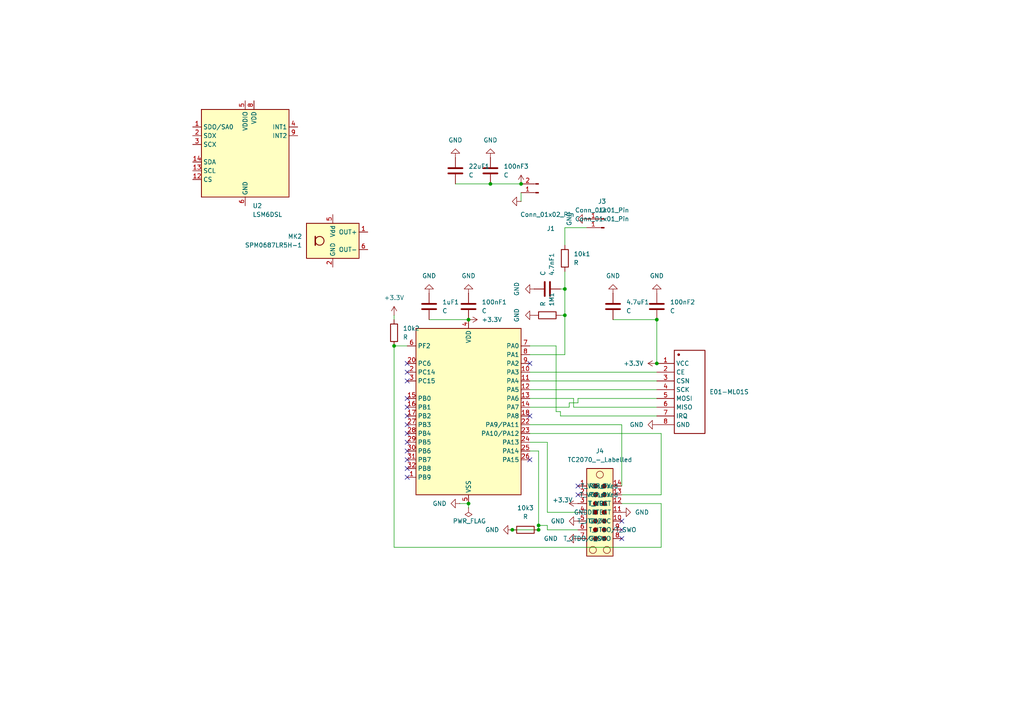
<source format=kicad_sch>
(kicad_sch
	(version 20250114)
	(generator "eeschema")
	(generator_version "9.0")
	(uuid "bcb270b3-7cbc-4efa-afe9-ea040b343f8b")
	(paper "A4")
	(lib_symbols
		(symbol "Connector:Conn_01x01_Pin"
			(pin_names
				(offset 1.016)
				(hide yes)
			)
			(exclude_from_sim no)
			(in_bom yes)
			(on_board yes)
			(property "Reference" "J"
				(at 0 2.54 0)
				(effects
					(font
						(size 1.27 1.27)
					)
				)
			)
			(property "Value" "Conn_01x01_Pin"
				(at 0 -2.54 0)
				(effects
					(font
						(size 1.27 1.27)
					)
				)
			)
			(property "Footprint" ""
				(at 0 0 0)
				(effects
					(font
						(size 1.27 1.27)
					)
					(hide yes)
				)
			)
			(property "Datasheet" "~"
				(at 0 0 0)
				(effects
					(font
						(size 1.27 1.27)
					)
					(hide yes)
				)
			)
			(property "Description" "Generic connector, single row, 01x01, script generated"
				(at 0 0 0)
				(effects
					(font
						(size 1.27 1.27)
					)
					(hide yes)
				)
			)
			(property "ki_locked" ""
				(at 0 0 0)
				(effects
					(font
						(size 1.27 1.27)
					)
				)
			)
			(property "ki_keywords" "connector"
				(at 0 0 0)
				(effects
					(font
						(size 1.27 1.27)
					)
					(hide yes)
				)
			)
			(property "ki_fp_filters" "Connector*:*_1x??_*"
				(at 0 0 0)
				(effects
					(font
						(size 1.27 1.27)
					)
					(hide yes)
				)
			)
			(symbol "Conn_01x01_Pin_1_1"
				(rectangle
					(start 0.8636 0.127)
					(end 0 -0.127)
					(stroke
						(width 0.1524)
						(type default)
					)
					(fill
						(type outline)
					)
				)
				(polyline
					(pts
						(xy 1.27 0) (xy 0.8636 0)
					)
					(stroke
						(width 0.1524)
						(type default)
					)
					(fill
						(type none)
					)
				)
				(pin passive line
					(at 5.08 0 180)
					(length 3.81)
					(name "Pin_1"
						(effects
							(font
								(size 1.27 1.27)
							)
						)
					)
					(number "1"
						(effects
							(font
								(size 1.27 1.27)
							)
						)
					)
				)
			)
			(embedded_fonts no)
		)
		(symbol "Connector:Conn_01x02_Pin"
			(pin_names
				(offset 1.016)
				(hide yes)
			)
			(exclude_from_sim no)
			(in_bom yes)
			(on_board yes)
			(property "Reference" "J"
				(at 0 2.54 0)
				(effects
					(font
						(size 1.27 1.27)
					)
				)
			)
			(property "Value" "Conn_01x02_Pin"
				(at 0 -5.08 0)
				(effects
					(font
						(size 1.27 1.27)
					)
				)
			)
			(property "Footprint" ""
				(at 0 0 0)
				(effects
					(font
						(size 1.27 1.27)
					)
					(hide yes)
				)
			)
			(property "Datasheet" "~"
				(at 0 0 0)
				(effects
					(font
						(size 1.27 1.27)
					)
					(hide yes)
				)
			)
			(property "Description" "Generic connector, single row, 01x02, script generated"
				(at 0 0 0)
				(effects
					(font
						(size 1.27 1.27)
					)
					(hide yes)
				)
			)
			(property "ki_locked" ""
				(at 0 0 0)
				(effects
					(font
						(size 1.27 1.27)
					)
				)
			)
			(property "ki_keywords" "connector"
				(at 0 0 0)
				(effects
					(font
						(size 1.27 1.27)
					)
					(hide yes)
				)
			)
			(property "ki_fp_filters" "Connector*:*_1x??_*"
				(at 0 0 0)
				(effects
					(font
						(size 1.27 1.27)
					)
					(hide yes)
				)
			)
			(symbol "Conn_01x02_Pin_1_1"
				(rectangle
					(start 0.8636 0.127)
					(end 0 -0.127)
					(stroke
						(width 0.1524)
						(type default)
					)
					(fill
						(type outline)
					)
				)
				(rectangle
					(start 0.8636 -2.413)
					(end 0 -2.667)
					(stroke
						(width 0.1524)
						(type default)
					)
					(fill
						(type outline)
					)
				)
				(polyline
					(pts
						(xy 1.27 0) (xy 0.8636 0)
					)
					(stroke
						(width 0.1524)
						(type default)
					)
					(fill
						(type none)
					)
				)
				(polyline
					(pts
						(xy 1.27 -2.54) (xy 0.8636 -2.54)
					)
					(stroke
						(width 0.1524)
						(type default)
					)
					(fill
						(type none)
					)
				)
				(pin passive line
					(at 5.08 0 180)
					(length 3.81)
					(name "Pin_1"
						(effects
							(font
								(size 1.27 1.27)
							)
						)
					)
					(number "1"
						(effects
							(font
								(size 1.27 1.27)
							)
						)
					)
				)
				(pin passive line
					(at 5.08 -2.54 180)
					(length 3.81)
					(name "Pin_2"
						(effects
							(font
								(size 1.27 1.27)
							)
						)
					)
					(number "2"
						(effects
							(font
								(size 1.27 1.27)
							)
						)
					)
				)
			)
			(embedded_fonts no)
		)
		(symbol "Connector:TC2070_-_Labelled"
			(exclude_from_sim no)
			(in_bom no)
			(on_board yes)
			(property "Reference" "J"
				(at 1.27 13.97 0)
				(effects
					(font
						(size 1.27 1.27)
					)
				)
			)
			(property "Value" "TC2070_-_Labelled"
				(at 1.27 -13.97 0)
				(effects
					(font
						(size 1.27 1.27)
					)
				)
			)
			(property "Footprint" "Connector:Tag-Connect_TC2070-IDC-FP_2x07_P1.27mm_Vertical"
				(at 4.572 -20.32 0)
				(effects
					(font
						(size 1.27 1.27)
					)
					(hide yes)
				)
			)
			(property "Datasheet" "https://www.tag-connect.com/wp-content/uploads/bsk-pdf-manager/TC2070-IDC-NL_Datasheet_12.pdf"
				(at 5.334 -14.732 0)
				(effects
					(font
						(size 1.27 1.27)
					)
					(hide yes)
				)
			)
			(property "Description" "Tag-Connect’s 14-pins connector"
				(at 1.524 -12.7 0)
				(effects
					(font
						(size 1.27 1.27)
					)
					(hide yes)
				)
			)
			(property "ki_keywords" "Debug plug-of-nails"
				(at 0 0 0)
				(effects
					(font
						(size 1.27 1.27)
					)
					(hide yes)
				)
			)
			(property "ki_fp_filters" "*TC2070*"
				(at 0 0 0)
				(effects
					(font
						(size 1.27 1.27)
					)
					(hide yes)
				)
			)
			(symbol "TC2070_-_Labelled_1_1"
				(rectangle
					(start -2.54 12.7)
					(end 5.08 -12.7)
					(stroke
						(width 0.254)
						(type default)
					)
					(fill
						(type background)
					)
				)
				(circle
					(center -0.762 -10.922)
					(radius 1.016)
					(stroke
						(width 0)
						(type default)
					)
					(fill
						(type none)
					)
				)
				(circle
					(center 0 7.62)
					(radius 0.635)
					(stroke
						(width 0)
						(type default)
					)
					(fill
						(type outline)
					)
				)
				(circle
					(center 0 5.08)
					(radius 0.635)
					(stroke
						(width 0)
						(type default)
					)
					(fill
						(type outline)
					)
				)
				(circle
					(center 0 2.54)
					(radius 0.635)
					(stroke
						(width 0)
						(type default)
					)
					(fill
						(type outline)
					)
				)
				(circle
					(center 0 0)
					(radius 0.635)
					(stroke
						(width 0)
						(type default)
					)
					(fill
						(type outline)
					)
				)
				(circle
					(center 0 -2.54)
					(radius 0.635)
					(stroke
						(width 0)
						(type default)
					)
					(fill
						(type outline)
					)
				)
				(circle
					(center 0 -5.08)
					(radius 0.635)
					(stroke
						(width 0)
						(type default)
					)
					(fill
						(type outline)
					)
				)
				(circle
					(center 0 -7.62)
					(radius 0.635)
					(stroke
						(width 0)
						(type default)
					)
					(fill
						(type outline)
					)
				)
				(circle
					(center 1.27 10.922)
					(radius 1.016)
					(stroke
						(width 0)
						(type default)
					)
					(fill
						(type none)
					)
				)
				(circle
					(center 2.54 7.62)
					(radius 0.635)
					(stroke
						(width 0)
						(type default)
					)
					(fill
						(type outline)
					)
				)
				(circle
					(center 2.54 5.08)
					(radius 0.635)
					(stroke
						(width 0)
						(type default)
					)
					(fill
						(type outline)
					)
				)
				(circle
					(center 2.54 2.54)
					(radius 0.635)
					(stroke
						(width 0)
						(type default)
					)
					(fill
						(type outline)
					)
				)
				(circle
					(center 2.54 0)
					(radius 0.635)
					(stroke
						(width 0)
						(type default)
					)
					(fill
						(type outline)
					)
				)
				(circle
					(center 2.54 -2.54)
					(radius 0.635)
					(stroke
						(width 0)
						(type default)
					)
					(fill
						(type outline)
					)
				)
				(circle
					(center 2.54 -5.08)
					(radius 0.635)
					(stroke
						(width 0)
						(type default)
					)
					(fill
						(type outline)
					)
				)
				(circle
					(center 2.54 -7.62)
					(radius 0.635)
					(stroke
						(width 0)
						(type default)
					)
					(fill
						(type outline)
					)
				)
				(circle
					(center 3.302 -10.922)
					(radius 1.016)
					(stroke
						(width 0)
						(type default)
					)
					(fill
						(type none)
					)
				)
				(pin passive line
					(at -5.08 7.62 0)
					(length 2.54)
					(name "Reserved"
						(effects
							(font
								(size 1.27 1.27)
							)
						)
					)
					(number "1"
						(effects
							(font
								(size 1.27 1.27)
							)
						)
					)
				)
				(pin passive line
					(at -5.08 5.08 0)
					(length 2.54)
					(name "Reserved"
						(effects
							(font
								(size 1.27 1.27)
							)
						)
					)
					(number "2"
						(effects
							(font
								(size 1.27 1.27)
							)
						)
					)
				)
				(pin passive line
					(at -5.08 2.54 0)
					(length 2.54)
					(name "T_VCC"
						(effects
							(font
								(size 1.27 1.27)
							)
						)
					)
					(number "3"
						(effects
							(font
								(size 1.27 1.27)
							)
						)
					)
				)
				(pin passive line
					(at -5.08 0 0)
					(length 2.54)
					(name ""
						(effects
							(font
								(size 1.27 1.27)
							)
						)
					)
					(number "4"
						(effects
							(font
								(size 1.27 1.27)
							)
						)
					)
				)
				(pin passive line
					(at -5.08 -2.54 0)
					(length 2.54)
					(name "GND"
						(effects
							(font
								(size 1.27 1.27)
							)
						)
					)
					(number "5"
						(effects
							(font
								(size 1.27 1.27)
							)
						)
					)
				)
				(pin passive line
					(at -5.08 -5.08 0)
					(length 2.54)
					(name "T_JTDO/T_SWO"
						(effects
							(font
								(size 1.27 1.27)
							)
						)
					)
					(number "6"
						(effects
							(font
								(size 1.27 1.27)
							)
						)
					)
				)
				(pin passive line
					(at -5.08 -7.62 0)
					(length 2.54)
					(name "GND"
						(effects
							(font
								(size 1.27 1.27)
							)
						)
					)
					(number "7"
						(effects
							(font
								(size 1.27 1.27)
							)
						)
					)
				)
				(pin passive line
					(at 7.62 7.62 180)
					(length 2.54)
					(name "T_VCP_TX"
						(effects
							(font
								(size 1.27 1.27)
							)
						)
					)
					(number "14"
						(effects
							(font
								(size 1.27 1.27)
							)
						)
					)
				)
				(pin passive line
					(at 7.62 5.08 180)
					(length 2.54)
					(name "T_VCP_RX"
						(effects
							(font
								(size 1.27 1.27)
							)
						)
					)
					(number "13"
						(effects
							(font
								(size 1.27 1.27)
							)
						)
					)
				)
				(pin passive line
					(at 7.62 2.54 180)
					(length 2.54)
					(name "T_NRST"
						(effects
							(font
								(size 1.27 1.27)
							)
						)
					)
					(number "12"
						(effects
							(font
								(size 1.27 1.27)
							)
						)
					)
				)
				(pin passive line
					(at 7.62 0 180)
					(length 2.54)
					(name "GNDDETECT"
						(effects
							(font
								(size 1.27 1.27)
							)
						)
					)
					(number "11"
						(effects
							(font
								(size 1.27 1.27)
							)
						)
					)
				)
				(pin passive line
					(at 7.62 -2.54 180)
					(length 2.54)
					(name "T_JTDI/NC"
						(effects
							(font
								(size 1.27 1.27)
							)
						)
					)
					(number "10"
						(effects
							(font
								(size 1.27 1.27)
							)
						)
					)
				)
				(pin passive line
					(at 7.62 -5.08 180)
					(length 2.54)
					(name "~"
						(effects
							(font
								(size 1.27 1.27)
							)
						)
					)
					(number "9"
						(effects
							(font
								(size 1.27 1.27)
							)
						)
					)
				)
				(pin passive line
					(at 7.62 -7.62 180)
					(length 2.54)
					(name "T_JTDO/T_SWO"
						(effects
							(font
								(size 1.27 1.27)
							)
						)
					)
					(number "8"
						(effects
							(font
								(size 1.27 1.27)
							)
						)
					)
				)
			)
			(embedded_fonts no)
		)
		(symbol "Device:C"
			(pin_numbers
				(hide yes)
			)
			(pin_names
				(offset 0.254)
			)
			(exclude_from_sim no)
			(in_bom yes)
			(on_board yes)
			(property "Reference" "C"
				(at 0.635 2.54 0)
				(effects
					(font
						(size 1.27 1.27)
					)
					(justify left)
				)
			)
			(property "Value" "C"
				(at 0.635 -2.54 0)
				(effects
					(font
						(size 1.27 1.27)
					)
					(justify left)
				)
			)
			(property "Footprint" ""
				(at 0.9652 -3.81 0)
				(effects
					(font
						(size 1.27 1.27)
					)
					(hide yes)
				)
			)
			(property "Datasheet" "~"
				(at 0 0 0)
				(effects
					(font
						(size 1.27 1.27)
					)
					(hide yes)
				)
			)
			(property "Description" "Unpolarized capacitor"
				(at 0 0 0)
				(effects
					(font
						(size 1.27 1.27)
					)
					(hide yes)
				)
			)
			(property "ki_keywords" "cap capacitor"
				(at 0 0 0)
				(effects
					(font
						(size 1.27 1.27)
					)
					(hide yes)
				)
			)
			(property "ki_fp_filters" "C_*"
				(at 0 0 0)
				(effects
					(font
						(size 1.27 1.27)
					)
					(hide yes)
				)
			)
			(symbol "C_0_1"
				(polyline
					(pts
						(xy -2.032 0.762) (xy 2.032 0.762)
					)
					(stroke
						(width 0.508)
						(type default)
					)
					(fill
						(type none)
					)
				)
				(polyline
					(pts
						(xy -2.032 -0.762) (xy 2.032 -0.762)
					)
					(stroke
						(width 0.508)
						(type default)
					)
					(fill
						(type none)
					)
				)
			)
			(symbol "C_1_1"
				(pin passive line
					(at 0 3.81 270)
					(length 2.794)
					(name "~"
						(effects
							(font
								(size 1.27 1.27)
							)
						)
					)
					(number "1"
						(effects
							(font
								(size 1.27 1.27)
							)
						)
					)
				)
				(pin passive line
					(at 0 -3.81 90)
					(length 2.794)
					(name "~"
						(effects
							(font
								(size 1.27 1.27)
							)
						)
					)
					(number "2"
						(effects
							(font
								(size 1.27 1.27)
							)
						)
					)
				)
			)
			(embedded_fonts no)
		)
		(symbol "Device:R"
			(pin_numbers
				(hide yes)
			)
			(pin_names
				(offset 0)
			)
			(exclude_from_sim no)
			(in_bom yes)
			(on_board yes)
			(property "Reference" "R"
				(at 2.032 0 90)
				(effects
					(font
						(size 1.27 1.27)
					)
				)
			)
			(property "Value" "R"
				(at 0 0 90)
				(effects
					(font
						(size 1.27 1.27)
					)
				)
			)
			(property "Footprint" ""
				(at -1.778 0 90)
				(effects
					(font
						(size 1.27 1.27)
					)
					(hide yes)
				)
			)
			(property "Datasheet" "~"
				(at 0 0 0)
				(effects
					(font
						(size 1.27 1.27)
					)
					(hide yes)
				)
			)
			(property "Description" "Resistor"
				(at 0 0 0)
				(effects
					(font
						(size 1.27 1.27)
					)
					(hide yes)
				)
			)
			(property "ki_keywords" "R res resistor"
				(at 0 0 0)
				(effects
					(font
						(size 1.27 1.27)
					)
					(hide yes)
				)
			)
			(property "ki_fp_filters" "R_*"
				(at 0 0 0)
				(effects
					(font
						(size 1.27 1.27)
					)
					(hide yes)
				)
			)
			(symbol "R_0_1"
				(rectangle
					(start -1.016 -2.54)
					(end 1.016 2.54)
					(stroke
						(width 0.254)
						(type default)
					)
					(fill
						(type none)
					)
				)
			)
			(symbol "R_1_1"
				(pin passive line
					(at 0 3.81 270)
					(length 1.27)
					(name "~"
						(effects
							(font
								(size 1.27 1.27)
							)
						)
					)
					(number "1"
						(effects
							(font
								(size 1.27 1.27)
							)
						)
					)
				)
				(pin passive line
					(at 0 -3.81 90)
					(length 1.27)
					(name "~"
						(effects
							(font
								(size 1.27 1.27)
							)
						)
					)
					(number "2"
						(effects
							(font
								(size 1.27 1.27)
							)
						)
					)
				)
			)
			(embedded_fonts no)
		)
		(symbol "E01-ML01S:E01-ML01S"
			(exclude_from_sim no)
			(in_bom yes)
			(on_board yes)
			(property "Reference" "U?"
				(at 0.508 8.89 0)
				(effects
					(font
						(size 1.27 1.27)
					)
					(hide yes)
				)
			)
			(property "Value" "E01-ML01S"
				(at -0.508 5.842 0)
				(effects
					(font
						(size 1.27 1.27)
					)
				)
			)
			(property "Footprint" ""
				(at 0 0 0)
				(effects
					(font
						(size 1.27 1.27)
					)
					(hide yes)
				)
			)
			(property "Datasheet" ""
				(at 0 0 0)
				(effects
					(font
						(size 1.27 1.27)
					)
					(hide yes)
				)
			)
			(property "Description" ""
				(at 0 0 0)
				(effects
					(font
						(size 1.27 1.27)
					)
					(hide yes)
				)
			)
			(symbol "E01-ML01S_0_0"
				(rectangle
					(start -5.08 3.81)
					(end 3.81 -20.32)
					(stroke
						(width 0.254)
						(type solid)
					)
					(fill
						(type none)
					)
				)
				(circle
					(center -3.81 2.54)
					(radius 0.254)
					(stroke
						(width 0.254)
						(type solid)
					)
					(fill
						(type outline)
					)
				)
				(pin power_in line
					(at -10.16 0 0)
					(length 5.08)
					(name "VCC"
						(effects
							(font
								(size 1.27 1.27)
							)
						)
					)
					(number "1"
						(effects
							(font
								(size 1.27 1.27)
							)
						)
					)
				)
				(pin input line
					(at -10.16 -2.54 0)
					(length 5.08)
					(name "CE"
						(effects
							(font
								(size 1.27 1.27)
							)
						)
					)
					(number "2"
						(effects
							(font
								(size 1.27 1.27)
							)
						)
					)
				)
				(pin input line
					(at -10.16 -5.08 0)
					(length 5.08)
					(name "CSN"
						(effects
							(font
								(size 1.27 1.27)
							)
						)
					)
					(number "3"
						(effects
							(font
								(size 1.27 1.27)
							)
						)
					)
				)
				(pin input line
					(at -10.16 -7.62 0)
					(length 5.08)
					(name "SCK"
						(effects
							(font
								(size 1.27 1.27)
							)
						)
					)
					(number "4"
						(effects
							(font
								(size 1.27 1.27)
							)
						)
					)
				)
				(pin input line
					(at -10.16 -10.16 0)
					(length 5.08)
					(name "MOSI"
						(effects
							(font
								(size 1.27 1.27)
							)
						)
					)
					(number "5"
						(effects
							(font
								(size 1.27 1.27)
							)
						)
					)
				)
				(pin output line
					(at -10.16 -12.7 0)
					(length 5.08)
					(name "MISO"
						(effects
							(font
								(size 1.27 1.27)
							)
						)
					)
					(number "6"
						(effects
							(font
								(size 1.27 1.27)
							)
						)
					)
				)
				(pin output line
					(at -10.16 -15.24 0)
					(length 5.08)
					(name "IRQ"
						(effects
							(font
								(size 1.27 1.27)
							)
						)
					)
					(number "7"
						(effects
							(font
								(size 1.27 1.27)
							)
						)
					)
				)
				(pin power_in line
					(at -10.16 -17.78 0)
					(length 5.08)
					(name "GND"
						(effects
							(font
								(size 1.27 1.27)
							)
						)
					)
					(number "8"
						(effects
							(font
								(size 1.27 1.27)
							)
						)
					)
				)
			)
			(embedded_fonts no)
		)
		(symbol "MCU_ST_STM32G0:STM32G031K6Tx"
			(exclude_from_sim no)
			(in_bom yes)
			(on_board yes)
			(property "Reference" "U"
				(at -15.24 26.67 0)
				(effects
					(font
						(size 1.27 1.27)
					)
					(justify left)
				)
			)
			(property "Value" "STM32G031K6Tx"
				(at 2.54 26.67 0)
				(effects
					(font
						(size 1.27 1.27)
					)
					(justify left)
				)
			)
			(property "Footprint" "Package_QFP:LQFP-32_7x7mm_P0.8mm"
				(at -15.24 -22.86 0)
				(effects
					(font
						(size 1.27 1.27)
					)
					(justify right)
					(hide yes)
				)
			)
			(property "Datasheet" "https://www.st.com/resource/en/datasheet/stm32g031k6.pdf"
				(at 0 0 0)
				(effects
					(font
						(size 1.27 1.27)
					)
					(hide yes)
				)
			)
			(property "Description" "STMicroelectronics Arm Cortex-M0+ MCU, 32KB flash, 8KB RAM, 64 MHz, 1.7-3.6V, 30 GPIO, LQFP32"
				(at 0 0 0)
				(effects
					(font
						(size 1.27 1.27)
					)
					(hide yes)
				)
			)
			(property "ki_keywords" "Arm Cortex-M0+ STM32G0 STM32G0x1"
				(at 0 0 0)
				(effects
					(font
						(size 1.27 1.27)
					)
					(hide yes)
				)
			)
			(property "ki_fp_filters" "LQFP*7x7mm*P0.8mm*"
				(at 0 0 0)
				(effects
					(font
						(size 1.27 1.27)
					)
					(hide yes)
				)
			)
			(symbol "STM32G031K6Tx_0_1"
				(rectangle
					(start -15.24 -22.86)
					(end 15.24 25.4)
					(stroke
						(width 0.254)
						(type default)
					)
					(fill
						(type background)
					)
				)
			)
			(symbol "STM32G031K6Tx_1_1"
				(pin bidirectional line
					(at -17.78 20.32 0)
					(length 2.54)
					(name "PF2"
						(effects
							(font
								(size 1.27 1.27)
							)
						)
					)
					(number "6"
						(effects
							(font
								(size 1.27 1.27)
							)
						)
					)
					(alternate "RCC_MCO" bidirectional line)
				)
				(pin bidirectional line
					(at -17.78 15.24 0)
					(length 2.54)
					(name "PC6"
						(effects
							(font
								(size 1.27 1.27)
							)
						)
					)
					(number "20"
						(effects
							(font
								(size 1.27 1.27)
							)
						)
					)
					(alternate "TIM2_CH3" bidirectional line)
					(alternate "TIM3_CH1" bidirectional line)
				)
				(pin bidirectional line
					(at -17.78 12.7 0)
					(length 2.54)
					(name "PC14"
						(effects
							(font
								(size 1.27 1.27)
							)
						)
					)
					(number "2"
						(effects
							(font
								(size 1.27 1.27)
							)
						)
					)
					(alternate "RCC_OSC32_IN" bidirectional line)
					(alternate "RCC_OSC_IN" bidirectional line)
					(alternate "TIM1_BK2" bidirectional line)
				)
				(pin bidirectional line
					(at -17.78 10.16 0)
					(length 2.54)
					(name "PC15"
						(effects
							(font
								(size 1.27 1.27)
							)
						)
					)
					(number "3"
						(effects
							(font
								(size 1.27 1.27)
							)
						)
					)
					(alternate "RCC_OSC32_EN" bidirectional line)
					(alternate "RCC_OSC32_OUT" bidirectional line)
					(alternate "RCC_OSC_EN" bidirectional line)
				)
				(pin bidirectional line
					(at -17.78 5.08 0)
					(length 2.54)
					(name "PB0"
						(effects
							(font
								(size 1.27 1.27)
							)
						)
					)
					(number "15"
						(effects
							(font
								(size 1.27 1.27)
							)
						)
					)
					(alternate "ADC1_IN8" bidirectional line)
					(alternate "I2S1_WS" bidirectional line)
					(alternate "LPTIM1_OUT" bidirectional line)
					(alternate "SPI1_NSS" bidirectional line)
					(alternate "TIM1_CH2N" bidirectional line)
					(alternate "TIM3_CH3" bidirectional line)
				)
				(pin bidirectional line
					(at -17.78 2.54 0)
					(length 2.54)
					(name "PB1"
						(effects
							(font
								(size 1.27 1.27)
							)
						)
					)
					(number "16"
						(effects
							(font
								(size 1.27 1.27)
							)
						)
					)
					(alternate "ADC1_IN9" bidirectional line)
					(alternate "LPTIM2_IN1" bidirectional line)
					(alternate "LPUART1_DE" bidirectional line)
					(alternate "LPUART1_RTS" bidirectional line)
					(alternate "TIM14_CH1" bidirectional line)
					(alternate "TIM1_CH3N" bidirectional line)
					(alternate "TIM3_CH4" bidirectional line)
				)
				(pin bidirectional line
					(at -17.78 0 0)
					(length 2.54)
					(name "PB2"
						(effects
							(font
								(size 1.27 1.27)
							)
						)
					)
					(number "17"
						(effects
							(font
								(size 1.27 1.27)
							)
						)
					)
					(alternate "ADC1_IN10" bidirectional line)
					(alternate "LPTIM1_OUT" bidirectional line)
					(alternate "SPI2_MISO" bidirectional line)
				)
				(pin bidirectional line
					(at -17.78 -2.54 0)
					(length 2.54)
					(name "PB3"
						(effects
							(font
								(size 1.27 1.27)
							)
						)
					)
					(number "27"
						(effects
							(font
								(size 1.27 1.27)
							)
						)
					)
					(alternate "I2S1_CK" bidirectional line)
					(alternate "SPI1_SCK" bidirectional line)
					(alternate "TIM1_CH2" bidirectional line)
					(alternate "TIM2_CH2" bidirectional line)
					(alternate "USART1_CK" bidirectional line)
					(alternate "USART1_DE" bidirectional line)
					(alternate "USART1_RTS" bidirectional line)
				)
				(pin bidirectional line
					(at -17.78 -5.08 0)
					(length 2.54)
					(name "PB4"
						(effects
							(font
								(size 1.27 1.27)
							)
						)
					)
					(number "28"
						(effects
							(font
								(size 1.27 1.27)
							)
						)
					)
					(alternate "I2S1_MCK" bidirectional line)
					(alternate "SPI1_MISO" bidirectional line)
					(alternate "TIM17_BK" bidirectional line)
					(alternate "TIM3_CH1" bidirectional line)
					(alternate "USART1_CTS" bidirectional line)
					(alternate "USART1_NSS" bidirectional line)
				)
				(pin bidirectional line
					(at -17.78 -7.62 0)
					(length 2.54)
					(name "PB5"
						(effects
							(font
								(size 1.27 1.27)
							)
						)
					)
					(number "29"
						(effects
							(font
								(size 1.27 1.27)
							)
						)
					)
					(alternate "I2C1_SMBA" bidirectional line)
					(alternate "I2S1_SD" bidirectional line)
					(alternate "LPTIM1_IN1" bidirectional line)
					(alternate "SPI1_MOSI" bidirectional line)
					(alternate "SYS_WKUP6" bidirectional line)
					(alternate "TIM16_BK" bidirectional line)
					(alternate "TIM3_CH2" bidirectional line)
				)
				(pin bidirectional line
					(at -17.78 -10.16 0)
					(length 2.54)
					(name "PB6"
						(effects
							(font
								(size 1.27 1.27)
							)
						)
					)
					(number "30"
						(effects
							(font
								(size 1.27 1.27)
							)
						)
					)
					(alternate "I2C1_SCL" bidirectional line)
					(alternate "LPTIM1_ETR" bidirectional line)
					(alternate "SPI2_MISO" bidirectional line)
					(alternate "TIM16_CH1N" bidirectional line)
					(alternate "TIM1_CH3" bidirectional line)
					(alternate "USART1_TX" bidirectional line)
				)
				(pin bidirectional line
					(at -17.78 -12.7 0)
					(length 2.54)
					(name "PB7"
						(effects
							(font
								(size 1.27 1.27)
							)
						)
					)
					(number "31"
						(effects
							(font
								(size 1.27 1.27)
							)
						)
					)
					(alternate "ADC1_IN11" bidirectional line)
					(alternate "I2C1_SDA" bidirectional line)
					(alternate "LPTIM1_IN2" bidirectional line)
					(alternate "SPI2_MOSI" bidirectional line)
					(alternate "SYS_PVD_IN" bidirectional line)
					(alternate "TIM17_CH1N" bidirectional line)
					(alternate "USART1_RX" bidirectional line)
				)
				(pin bidirectional line
					(at -17.78 -15.24 0)
					(length 2.54)
					(name "PB8"
						(effects
							(font
								(size 1.27 1.27)
							)
						)
					)
					(number "32"
						(effects
							(font
								(size 1.27 1.27)
							)
						)
					)
					(alternate "I2C1_SCL" bidirectional line)
					(alternate "SPI2_SCK" bidirectional line)
					(alternate "TIM16_CH1" bidirectional line)
				)
				(pin bidirectional line
					(at -17.78 -17.78 0)
					(length 2.54)
					(name "PB9"
						(effects
							(font
								(size 1.27 1.27)
							)
						)
					)
					(number "1"
						(effects
							(font
								(size 1.27 1.27)
							)
						)
					)
					(alternate "I2C1_SDA" bidirectional line)
					(alternate "IR_OUT" bidirectional line)
					(alternate "SPI2_NSS" bidirectional line)
					(alternate "TIM17_CH1" bidirectional line)
				)
				(pin no_connect line
					(at -15.24 -20.32 0)
					(length 2.54)
					(hide yes)
					(name "NC/PA10"
						(effects
							(font
								(size 1.27 1.27)
							)
						)
					)
					(number "21"
						(effects
							(font
								(size 1.27 1.27)
							)
						)
					)
					(alternate "I2C1_SDA (PA10)" bidirectional line)
					(alternate "NC" bidirectional line)
					(alternate "PA10" bidirectional line)
					(alternate "SPI2_MOSI (PA10)" bidirectional line)
					(alternate "TIM17_BK (PA10)" bidirectional line)
					(alternate "TIM1_CH3 (PA10)" bidirectional line)
					(alternate "USART1_RX (PA10)" bidirectional line)
				)
				(pin no_connect line
					(at -15.24 -22.86 0)
					(length 2.54)
					(hide yes)
					(name "NC/PA9"
						(effects
							(font
								(size 1.27 1.27)
							)
						)
					)
					(number "19"
						(effects
							(font
								(size 1.27 1.27)
							)
						)
					)
					(alternate "I2C1_SCL (PA9)" bidirectional line)
					(alternate "NC" bidirectional line)
					(alternate "PA9" bidirectional line)
					(alternate "RCC_MCO (PA9)" bidirectional line)
					(alternate "SPI2_MISO (PA9)" bidirectional line)
					(alternate "TIM1_CH2 (PA9)" bidirectional line)
					(alternate "USART1_TX (PA9)" bidirectional line)
				)
				(pin power_in line
					(at 0 27.94 270)
					(length 2.54)
					(name "VDD"
						(effects
							(font
								(size 1.27 1.27)
							)
						)
					)
					(number "4"
						(effects
							(font
								(size 1.27 1.27)
							)
						)
					)
				)
				(pin power_in line
					(at 0 -25.4 90)
					(length 2.54)
					(name "VSS"
						(effects
							(font
								(size 1.27 1.27)
							)
						)
					)
					(number "5"
						(effects
							(font
								(size 1.27 1.27)
							)
						)
					)
				)
				(pin bidirectional line
					(at 17.78 20.32 180)
					(length 2.54)
					(name "PA0"
						(effects
							(font
								(size 1.27 1.27)
							)
						)
					)
					(number "7"
						(effects
							(font
								(size 1.27 1.27)
							)
						)
					)
					(alternate "ADC1_IN0" bidirectional line)
					(alternate "LPTIM1_OUT" bidirectional line)
					(alternate "RTC_TAMP_IN2" bidirectional line)
					(alternate "SPI2_SCK" bidirectional line)
					(alternate "SYS_WKUP1" bidirectional line)
					(alternate "TIM2_CH1" bidirectional line)
					(alternate "TIM2_ETR" bidirectional line)
					(alternate "USART2_CTS" bidirectional line)
					(alternate "USART2_NSS" bidirectional line)
				)
				(pin bidirectional line
					(at 17.78 17.78 180)
					(length 2.54)
					(name "PA1"
						(effects
							(font
								(size 1.27 1.27)
							)
						)
					)
					(number "8"
						(effects
							(font
								(size 1.27 1.27)
							)
						)
					)
					(alternate "ADC1_IN1" bidirectional line)
					(alternate "I2C1_SMBA" bidirectional line)
					(alternate "I2S1_CK" bidirectional line)
					(alternate "SPI1_SCK" bidirectional line)
					(alternate "TIM2_CH2" bidirectional line)
					(alternate "USART2_CK" bidirectional line)
					(alternate "USART2_DE" bidirectional line)
					(alternate "USART2_RTS" bidirectional line)
				)
				(pin bidirectional line
					(at 17.78 15.24 180)
					(length 2.54)
					(name "PA2"
						(effects
							(font
								(size 1.27 1.27)
							)
						)
					)
					(number "9"
						(effects
							(font
								(size 1.27 1.27)
							)
						)
					)
					(alternate "ADC1_IN2" bidirectional line)
					(alternate "I2S1_SD" bidirectional line)
					(alternate "LPUART1_TX" bidirectional line)
					(alternate "RCC_LSCO" bidirectional line)
					(alternate "SPI1_MOSI" bidirectional line)
					(alternate "SYS_WKUP4" bidirectional line)
					(alternate "TIM2_CH3" bidirectional line)
					(alternate "USART2_TX" bidirectional line)
				)
				(pin bidirectional line
					(at 17.78 12.7 180)
					(length 2.54)
					(name "PA3"
						(effects
							(font
								(size 1.27 1.27)
							)
						)
					)
					(number "10"
						(effects
							(font
								(size 1.27 1.27)
							)
						)
					)
					(alternate "ADC1_IN3" bidirectional line)
					(alternate "LPUART1_RX" bidirectional line)
					(alternate "SPI2_MISO" bidirectional line)
					(alternate "TIM2_CH4" bidirectional line)
					(alternate "USART2_RX" bidirectional line)
				)
				(pin bidirectional line
					(at 17.78 10.16 180)
					(length 2.54)
					(name "PA4"
						(effects
							(font
								(size 1.27 1.27)
							)
						)
					)
					(number "11"
						(effects
							(font
								(size 1.27 1.27)
							)
						)
					)
					(alternate "ADC1_IN4" bidirectional line)
					(alternate "I2S1_WS" bidirectional line)
					(alternate "LPTIM2_OUT" bidirectional line)
					(alternate "RTC_OUT_ALARM" bidirectional line)
					(alternate "RTC_OUT_CALIB" bidirectional line)
					(alternate "RTC_TAMP_IN1" bidirectional line)
					(alternate "RTC_TS" bidirectional line)
					(alternate "SPI1_NSS" bidirectional line)
					(alternate "SPI2_MOSI" bidirectional line)
					(alternate "SYS_WKUP2" bidirectional line)
					(alternate "TIM14_CH1" bidirectional line)
				)
				(pin bidirectional line
					(at 17.78 7.62 180)
					(length 2.54)
					(name "PA5"
						(effects
							(font
								(size 1.27 1.27)
							)
						)
					)
					(number "12"
						(effects
							(font
								(size 1.27 1.27)
							)
						)
					)
					(alternate "ADC1_IN5" bidirectional line)
					(alternate "I2S1_CK" bidirectional line)
					(alternate "LPTIM2_ETR" bidirectional line)
					(alternate "SPI1_SCK" bidirectional line)
					(alternate "TIM2_CH1" bidirectional line)
					(alternate "TIM2_ETR" bidirectional line)
				)
				(pin bidirectional line
					(at 17.78 5.08 180)
					(length 2.54)
					(name "PA6"
						(effects
							(font
								(size 1.27 1.27)
							)
						)
					)
					(number "13"
						(effects
							(font
								(size 1.27 1.27)
							)
						)
					)
					(alternate "ADC1_IN6" bidirectional line)
					(alternate "I2S1_MCK" bidirectional line)
					(alternate "LPUART1_CTS" bidirectional line)
					(alternate "SPI1_MISO" bidirectional line)
					(alternate "TIM16_CH1" bidirectional line)
					(alternate "TIM1_BK" bidirectional line)
					(alternate "TIM3_CH1" bidirectional line)
				)
				(pin bidirectional line
					(at 17.78 2.54 180)
					(length 2.54)
					(name "PA7"
						(effects
							(font
								(size 1.27 1.27)
							)
						)
					)
					(number "14"
						(effects
							(font
								(size 1.27 1.27)
							)
						)
					)
					(alternate "ADC1_IN7" bidirectional line)
					(alternate "I2S1_SD" bidirectional line)
					(alternate "SPI1_MOSI" bidirectional line)
					(alternate "TIM14_CH1" bidirectional line)
					(alternate "TIM17_CH1" bidirectional line)
					(alternate "TIM1_CH1N" bidirectional line)
					(alternate "TIM3_CH2" bidirectional line)
				)
				(pin bidirectional line
					(at 17.78 0 180)
					(length 2.54)
					(name "PA8"
						(effects
							(font
								(size 1.27 1.27)
							)
						)
					)
					(number "18"
						(effects
							(font
								(size 1.27 1.27)
							)
						)
					)
					(alternate "LPTIM2_OUT" bidirectional line)
					(alternate "RCC_MCO" bidirectional line)
					(alternate "SPI2_NSS" bidirectional line)
					(alternate "TIM1_CH1" bidirectional line)
				)
				(pin bidirectional line
					(at 17.78 -2.54 180)
					(length 2.54)
					(name "PA9/PA11"
						(effects
							(font
								(size 1.27 1.27)
							)
						)
					)
					(number "22"
						(effects
							(font
								(size 1.27 1.27)
							)
						)
					)
					(alternate "ADC1_EXTI11 (PA11)" bidirectional line)
					(alternate "ADC1_IN15 (PA11)" bidirectional line)
					(alternate "I2C1_SCL (PA9)" bidirectional line)
					(alternate "I2C2_SCL (PA11)" bidirectional line)
					(alternate "I2S1_MCK (PA11)" bidirectional line)
					(alternate "PA11" bidirectional line)
					(alternate "PA9" bidirectional line)
					(alternate "RCC_MCO (PA9)" bidirectional line)
					(alternate "SPI1_MISO (PA11)" bidirectional line)
					(alternate "SPI2_MISO (PA9)" bidirectional line)
					(alternate "TIM1_BK2 (PA11)" bidirectional line)
					(alternate "TIM1_CH2 (PA9)" bidirectional line)
					(alternate "TIM1_CH4 (PA11)" bidirectional line)
					(alternate "USART1_CTS (PA11)" bidirectional line)
					(alternate "USART1_NSS (PA11)" bidirectional line)
					(alternate "USART1_TX (PA9)" bidirectional line)
				)
				(pin bidirectional line
					(at 17.78 -5.08 180)
					(length 2.54)
					(name "PA10/PA12"
						(effects
							(font
								(size 1.27 1.27)
							)
						)
					)
					(number "23"
						(effects
							(font
								(size 1.27 1.27)
							)
						)
					)
					(alternate "ADC1_IN16 (PA12)" bidirectional line)
					(alternate "I2C1_SDA (PA10)" bidirectional line)
					(alternate "I2C2_SDA (PA12)" bidirectional line)
					(alternate "I2S1_SD (PA12)" bidirectional line)
					(alternate "I2S_CKIN (PA12)" bidirectional line)
					(alternate "PA10" bidirectional line)
					(alternate "PA12" bidirectional line)
					(alternate "SPI1_MOSI (PA12)" bidirectional line)
					(alternate "SPI2_MOSI (PA10)" bidirectional line)
					(alternate "TIM17_BK (PA10)" bidirectional line)
					(alternate "TIM1_CH3 (PA10)" bidirectional line)
					(alternate "TIM1_ETR (PA12)" bidirectional line)
					(alternate "USART1_CK (PA12)" bidirectional line)
					(alternate "USART1_DE (PA12)" bidirectional line)
					(alternate "USART1_RTS (PA12)" bidirectional line)
					(alternate "USART1_RX (PA10)" bidirectional line)
				)
				(pin bidirectional line
					(at 17.78 -7.62 180)
					(length 2.54)
					(name "PA13"
						(effects
							(font
								(size 1.27 1.27)
							)
						)
					)
					(number "24"
						(effects
							(font
								(size 1.27 1.27)
							)
						)
					)
					(alternate "ADC1_IN17" bidirectional line)
					(alternate "IR_OUT" bidirectional line)
					(alternate "SYS_SWDIO" bidirectional line)
				)
				(pin bidirectional line
					(at 17.78 -10.16 180)
					(length 2.54)
					(name "PA14"
						(effects
							(font
								(size 1.27 1.27)
							)
						)
					)
					(number "25"
						(effects
							(font
								(size 1.27 1.27)
							)
						)
					)
					(alternate "ADC1_IN18" bidirectional line)
					(alternate "SYS_SWCLK" bidirectional line)
					(alternate "USART2_TX" bidirectional line)
				)
				(pin bidirectional line
					(at 17.78 -12.7 180)
					(length 2.54)
					(name "PA15"
						(effects
							(font
								(size 1.27 1.27)
							)
						)
					)
					(number "26"
						(effects
							(font
								(size 1.27 1.27)
							)
						)
					)
					(alternate "I2S1_WS" bidirectional line)
					(alternate "SPI1_NSS" bidirectional line)
					(alternate "TIM2_CH1" bidirectional line)
					(alternate "TIM2_ETR" bidirectional line)
					(alternate "USART2_RX" bidirectional line)
				)
			)
			(embedded_fonts no)
		)
		(symbol "Sensor_Audio:SPM0687LR5H-1"
			(exclude_from_sim no)
			(in_bom yes)
			(on_board yes)
			(property "Reference" "MK"
				(at 5.08 6.35 0)
				(effects
					(font
						(size 1.27 1.27)
					)
				)
			)
			(property "Value" "SPM0687LR5H-1"
				(at 8.89 -6.35 0)
				(effects
					(font
						(size 1.27 1.27)
					)
				)
			)
			(property "Footprint" "Sensor_Audio:Knowles_LGA-6_4.72x3.76mm"
				(at 0 0 0)
				(effects
					(font
						(size 1.27 1.27)
					)
					(hide yes)
				)
			)
			(property "Datasheet" "https://www.knowles.com/docs/default-source/default-document-library/spm0687lr5h-1_winfrey_datasheet.pdf?Status=Master&sfvrsn=ac3971b1_0"
				(at 0 0 0)
				(effects
					(font
						(size 1.27 1.27)
					)
					(hide yes)
				)
			)
			(property "Description" "Differential/Single-Ended Analog MEMS Microphone, LGA-6"
				(at 0 0 0)
				(effects
					(font
						(size 1.27 1.27)
					)
					(hide yes)
				)
			)
			(property "ki_keywords" "Microphone MEMS Knowles Sisonic winfrey"
				(at 0 0 0)
				(effects
					(font
						(size 1.27 1.27)
					)
					(hide yes)
				)
			)
			(property "ki_fp_filters" "Knowles*LGA*4.72x3.76mm*"
				(at 0 0 0)
				(effects
					(font
						(size 1.27 1.27)
					)
					(hide yes)
				)
			)
			(symbol "SPM0687LR5H-1_1_1"
				(rectangle
					(start -7.62 5.08)
					(end 7.62 -5.08)
					(stroke
						(width 0.254)
						(type default)
					)
					(fill
						(type background)
					)
				)
				(polyline
					(pts
						(xy -5.08 1.27) (xy -5.08 -1.27)
					)
					(stroke
						(width 0.381)
						(type default)
					)
					(fill
						(type none)
					)
				)
				(circle
					(center -3.81 0)
					(radius 1.27)
					(stroke
						(width 0.254)
						(type default)
					)
					(fill
						(type none)
					)
				)
				(pin power_in line
					(at 0 7.62 270)
					(length 2.54)
					(name "Vdd"
						(effects
							(font
								(size 1.27 1.27)
							)
						)
					)
					(number "5"
						(effects
							(font
								(size 1.27 1.27)
							)
						)
					)
				)
				(pin power_in line
					(at 0 -7.62 90)
					(length 2.54)
					(name "GND"
						(effects
							(font
								(size 1.27 1.27)
							)
						)
					)
					(number "2"
						(effects
							(font
								(size 1.27 1.27)
							)
						)
					)
				)
				(pin passive line
					(at 0 -7.62 90)
					(length 2.54)
					(hide yes)
					(name "GND"
						(effects
							(font
								(size 1.27 1.27)
							)
						)
					)
					(number "3"
						(effects
							(font
								(size 1.27 1.27)
							)
						)
					)
				)
				(pin passive line
					(at 0 -7.62 90)
					(length 2.54)
					(hide yes)
					(name "GND"
						(effects
							(font
								(size 1.27 1.27)
							)
						)
					)
					(number "4"
						(effects
							(font
								(size 1.27 1.27)
							)
						)
					)
				)
				(pin output line
					(at 10.16 2.54 180)
					(length 2.54)
					(name "OUT+"
						(effects
							(font
								(size 1.27 1.27)
							)
						)
					)
					(number "1"
						(effects
							(font
								(size 1.27 1.27)
							)
						)
					)
				)
				(pin output line
					(at 10.16 -2.54 180)
					(length 2.54)
					(name "OUT-"
						(effects
							(font
								(size 1.27 1.27)
							)
						)
					)
					(number "6"
						(effects
							(font
								(size 1.27 1.27)
							)
						)
					)
				)
			)
			(embedded_fonts no)
		)
		(symbol "Sensor_Motion:LSM6DSL"
			(exclude_from_sim no)
			(in_bom yes)
			(on_board yes)
			(property "Reference" "U"
				(at -11.43 15.24 0)
				(effects
					(font
						(size 1.27 1.27)
					)
					(justify left)
				)
			)
			(property "Value" "LSM6DSL"
				(at -11.43 12.7 0)
				(effects
					(font
						(size 1.27 1.27)
					)
					(justify left bottom)
				)
			)
			(property "Footprint" "Package_LGA:LGA-14_3x2.5mm_P0.5mm_LayoutBorder3x4y"
				(at -10.16 -17.78 0)
				(effects
					(font
						(size 1.27 1.27)
					)
					(justify left)
					(hide yes)
				)
			)
			(property "Datasheet" "https://www.st.com/resource/en/datasheet/lsm6dsl.pdf"
				(at 2.54 -16.51 0)
				(effects
					(font
						(size 1.27 1.27)
					)
					(hide yes)
				)
			)
			(property "Description" "I2C/SPI, iNEMO inertial module: always-on 3D accelerometer and 3D gyroscope, 1.71V to 3.6V VCC"
				(at 0 0 0)
				(effects
					(font
						(size 1.27 1.27)
					)
					(hide yes)
				)
			)
			(property "ki_keywords" "Accelerometer Gyroscope MEMS"
				(at 0 0 0)
				(effects
					(font
						(size 1.27 1.27)
					)
					(hide yes)
				)
			)
			(property "ki_fp_filters" "LGA*3x2.5mm*P0.5mm*LayoutBorder3x4y*"
				(at 0 0 0)
				(effects
					(font
						(size 1.27 1.27)
					)
					(hide yes)
				)
			)
			(symbol "LSM6DSL_0_1"
				(rectangle
					(start -12.7 12.7)
					(end 12.7 -12.7)
					(stroke
						(width 0.254)
						(type default)
					)
					(fill
						(type background)
					)
				)
			)
			(symbol "LSM6DSL_1_1"
				(pin bidirectional line
					(at -15.24 7.62 0)
					(length 2.54)
					(name "SDO/SA0"
						(effects
							(font
								(size 1.27 1.27)
							)
						)
					)
					(number "1"
						(effects
							(font
								(size 1.27 1.27)
							)
						)
					)
				)
				(pin bidirectional line
					(at -15.24 5.08 0)
					(length 2.54)
					(name "SDX"
						(effects
							(font
								(size 1.27 1.27)
							)
						)
					)
					(number "2"
						(effects
							(font
								(size 1.27 1.27)
							)
						)
					)
				)
				(pin input line
					(at -15.24 2.54 0)
					(length 2.54)
					(name "SCX"
						(effects
							(font
								(size 1.27 1.27)
							)
						)
					)
					(number "3"
						(effects
							(font
								(size 1.27 1.27)
							)
						)
					)
				)
				(pin bidirectional line
					(at -15.24 -2.54 0)
					(length 2.54)
					(name "SDA"
						(effects
							(font
								(size 1.27 1.27)
							)
						)
					)
					(number "14"
						(effects
							(font
								(size 1.27 1.27)
							)
						)
					)
				)
				(pin input line
					(at -15.24 -5.08 0)
					(length 2.54)
					(name "SCL"
						(effects
							(font
								(size 1.27 1.27)
							)
						)
					)
					(number "13"
						(effects
							(font
								(size 1.27 1.27)
							)
						)
					)
				)
				(pin input line
					(at -15.24 -7.62 0)
					(length 2.54)
					(name "CS"
						(effects
							(font
								(size 1.27 1.27)
							)
						)
					)
					(number "12"
						(effects
							(font
								(size 1.27 1.27)
							)
						)
					)
				)
				(pin power_in line
					(at 0 15.24 270)
					(length 2.54)
					(name "VDDIO"
						(effects
							(font
								(size 1.27 1.27)
							)
						)
					)
					(number "5"
						(effects
							(font
								(size 1.27 1.27)
							)
						)
					)
				)
				(pin power_in line
					(at 0 -15.24 90)
					(length 2.54)
					(name "GND"
						(effects
							(font
								(size 1.27 1.27)
							)
						)
					)
					(number "6"
						(effects
							(font
								(size 1.27 1.27)
							)
						)
					)
				)
				(pin passive line
					(at 0 -15.24 90)
					(length 2.54)
					(hide yes)
					(name "GND"
						(effects
							(font
								(size 1.27 1.27)
							)
						)
					)
					(number "7"
						(effects
							(font
								(size 1.27 1.27)
							)
						)
					)
				)
				(pin power_in line
					(at 2.54 15.24 270)
					(length 2.54)
					(name "VDD"
						(effects
							(font
								(size 1.27 1.27)
							)
						)
					)
					(number "8"
						(effects
							(font
								(size 1.27 1.27)
							)
						)
					)
				)
				(pin no_connect line
					(at 12.7 -2.54 180)
					(length 3.81)
					(hide yes)
					(name "NC"
						(effects
							(font
								(size 1.27 1.27)
							)
						)
					)
					(number "11"
						(effects
							(font
								(size 1.27 1.27)
							)
						)
					)
				)
				(pin no_connect line
					(at 12.7 -5.08 180)
					(length 3.81)
					(hide yes)
					(name "NC"
						(effects
							(font
								(size 1.27 1.27)
							)
						)
					)
					(number "10"
						(effects
							(font
								(size 1.27 1.27)
							)
						)
					)
				)
				(pin output line
					(at 15.24 7.62 180)
					(length 2.54)
					(name "INT1"
						(effects
							(font
								(size 1.27 1.27)
							)
						)
					)
					(number "4"
						(effects
							(font
								(size 1.27 1.27)
							)
						)
					)
				)
				(pin output line
					(at 15.24 5.08 180)
					(length 2.54)
					(name "INT2"
						(effects
							(font
								(size 1.27 1.27)
							)
						)
					)
					(number "9"
						(effects
							(font
								(size 1.27 1.27)
							)
						)
					)
				)
			)
			(embedded_fonts no)
		)
		(symbol "power:+3.3V"
			(power)
			(pin_numbers
				(hide yes)
			)
			(pin_names
				(offset 0)
				(hide yes)
			)
			(exclude_from_sim no)
			(in_bom yes)
			(on_board yes)
			(property "Reference" "#PWR"
				(at 0 -3.81 0)
				(effects
					(font
						(size 1.27 1.27)
					)
					(hide yes)
				)
			)
			(property "Value" "+3.3V"
				(at 0 3.556 0)
				(effects
					(font
						(size 1.27 1.27)
					)
				)
			)
			(property "Footprint" ""
				(at 0 0 0)
				(effects
					(font
						(size 1.27 1.27)
					)
					(hide yes)
				)
			)
			(property "Datasheet" ""
				(at 0 0 0)
				(effects
					(font
						(size 1.27 1.27)
					)
					(hide yes)
				)
			)
			(property "Description" "Power symbol creates a global label with name \"+3.3V\""
				(at 0 0 0)
				(effects
					(font
						(size 1.27 1.27)
					)
					(hide yes)
				)
			)
			(property "ki_keywords" "global power"
				(at 0 0 0)
				(effects
					(font
						(size 1.27 1.27)
					)
					(hide yes)
				)
			)
			(symbol "+3.3V_0_1"
				(polyline
					(pts
						(xy -0.762 1.27) (xy 0 2.54)
					)
					(stroke
						(width 0)
						(type default)
					)
					(fill
						(type none)
					)
				)
				(polyline
					(pts
						(xy 0 2.54) (xy 0.762 1.27)
					)
					(stroke
						(width 0)
						(type default)
					)
					(fill
						(type none)
					)
				)
				(polyline
					(pts
						(xy 0 0) (xy 0 2.54)
					)
					(stroke
						(width 0)
						(type default)
					)
					(fill
						(type none)
					)
				)
			)
			(symbol "+3.3V_1_1"
				(pin power_in line
					(at 0 0 90)
					(length 0)
					(name "~"
						(effects
							(font
								(size 1.27 1.27)
							)
						)
					)
					(number "1"
						(effects
							(font
								(size 1.27 1.27)
							)
						)
					)
				)
			)
			(embedded_fonts no)
		)
		(symbol "power:GND"
			(power)
			(pin_numbers
				(hide yes)
			)
			(pin_names
				(offset 0)
				(hide yes)
			)
			(exclude_from_sim no)
			(in_bom yes)
			(on_board yes)
			(property "Reference" "#PWR"
				(at 0 -6.35 0)
				(effects
					(font
						(size 1.27 1.27)
					)
					(hide yes)
				)
			)
			(property "Value" "GND"
				(at 0 -3.81 0)
				(effects
					(font
						(size 1.27 1.27)
					)
				)
			)
			(property "Footprint" ""
				(at 0 0 0)
				(effects
					(font
						(size 1.27 1.27)
					)
					(hide yes)
				)
			)
			(property "Datasheet" ""
				(at 0 0 0)
				(effects
					(font
						(size 1.27 1.27)
					)
					(hide yes)
				)
			)
			(property "Description" "Power symbol creates a global label with name \"GND\" , ground"
				(at 0 0 0)
				(effects
					(font
						(size 1.27 1.27)
					)
					(hide yes)
				)
			)
			(property "ki_keywords" "global power"
				(at 0 0 0)
				(effects
					(font
						(size 1.27 1.27)
					)
					(hide yes)
				)
			)
			(symbol "GND_0_1"
				(polyline
					(pts
						(xy 0 0) (xy 0 -1.27) (xy 1.27 -1.27) (xy 0 -2.54) (xy -1.27 -1.27) (xy 0 -1.27)
					)
					(stroke
						(width 0)
						(type default)
					)
					(fill
						(type none)
					)
				)
			)
			(symbol "GND_1_1"
				(pin power_in line
					(at 0 0 270)
					(length 0)
					(name "~"
						(effects
							(font
								(size 1.27 1.27)
							)
						)
					)
					(number "1"
						(effects
							(font
								(size 1.27 1.27)
							)
						)
					)
				)
			)
			(embedded_fonts no)
		)
		(symbol "power:PWR_FLAG"
			(power)
			(pin_numbers
				(hide yes)
			)
			(pin_names
				(offset 0)
				(hide yes)
			)
			(exclude_from_sim no)
			(in_bom yes)
			(on_board yes)
			(property "Reference" "#FLG"
				(at 0 1.905 0)
				(effects
					(font
						(size 1.27 1.27)
					)
					(hide yes)
				)
			)
			(property "Value" "PWR_FLAG"
				(at 0 3.81 0)
				(effects
					(font
						(size 1.27 1.27)
					)
				)
			)
			(property "Footprint" ""
				(at 0 0 0)
				(effects
					(font
						(size 1.27 1.27)
					)
					(hide yes)
				)
			)
			(property "Datasheet" "~"
				(at 0 0 0)
				(effects
					(font
						(size 1.27 1.27)
					)
					(hide yes)
				)
			)
			(property "Description" "Special symbol for telling ERC where power comes from"
				(at 0 0 0)
				(effects
					(font
						(size 1.27 1.27)
					)
					(hide yes)
				)
			)
			(property "ki_keywords" "flag power"
				(at 0 0 0)
				(effects
					(font
						(size 1.27 1.27)
					)
					(hide yes)
				)
			)
			(symbol "PWR_FLAG_0_0"
				(pin power_out line
					(at 0 0 90)
					(length 0)
					(name "~"
						(effects
							(font
								(size 1.27 1.27)
							)
						)
					)
					(number "1"
						(effects
							(font
								(size 1.27 1.27)
							)
						)
					)
				)
			)
			(symbol "PWR_FLAG_0_1"
				(polyline
					(pts
						(xy 0 0) (xy 0 1.27) (xy -1.016 1.905) (xy 0 2.54) (xy 1.016 1.905) (xy 0 1.27)
					)
					(stroke
						(width 0)
						(type default)
					)
					(fill
						(type none)
					)
				)
			)
			(embedded_fonts no)
		)
	)
	(junction
		(at 156.21 152.4)
		(diameter 0)
		(color 0 0 0 0)
		(uuid "1838569c-9ad2-4301-8e0e-7db5168325b8")
	)
	(junction
		(at 114.3 100.33)
		(diameter 0)
		(color 0 0 0 0)
		(uuid "28351939-0d4d-44db-a960-9bc6bfa33c1e")
	)
	(junction
		(at 142.24 53.34)
		(diameter 0)
		(color 0 0 0 0)
		(uuid "45e2739b-a155-4429-b976-54417926233c")
	)
	(junction
		(at 163.83 91.44)
		(diameter 0)
		(color 0 0 0 0)
		(uuid "45e8113f-f4d9-4274-b60e-da4cef1af820")
	)
	(junction
		(at 190.5 92.71)
		(diameter 0)
		(color 0 0 0 0)
		(uuid "4881e19f-dbe8-41aa-af98-553f8bd768b2")
	)
	(junction
		(at 156.21 153.67)
		(diameter 0)
		(color 0 0 0 0)
		(uuid "5ca1b2fd-cfdb-4d0b-a12e-e870fe84b991")
	)
	(junction
		(at 135.89 146.05)
		(diameter 0)
		(color 0 0 0 0)
		(uuid "769e6632-aeeb-41b5-9df6-bb1b66a9338f")
	)
	(junction
		(at 163.83 83.82)
		(diameter 0)
		(color 0 0 0 0)
		(uuid "7827d32f-0c22-434e-9745-3312d4b63304")
	)
	(junction
		(at 190.5 105.41)
		(diameter 0)
		(color 0 0 0 0)
		(uuid "a8a13c66-75f7-4b9d-ad83-e4d3ba3b2631")
	)
	(junction
		(at 151.13 53.34)
		(diameter 0)
		(color 0 0 0 0)
		(uuid "ad833753-fb0b-4886-a54a-4d6464db3cc3")
	)
	(junction
		(at 135.89 92.71)
		(diameter 0)
		(color 0 0 0 0)
		(uuid "d3030f7d-8d28-4dc2-8762-258c5ba76b38")
	)
	(junction
		(at 148.59 153.67)
		(diameter 0)
		(color 0 0 0 0)
		(uuid "d5057473-aaa2-4066-b89d-b0c9fc1d2f76")
	)
	(no_connect
		(at 118.11 115.57)
		(uuid "0e53122c-2288-4abc-838d-435fbe738124")
	)
	(no_connect
		(at 118.11 110.49)
		(uuid "145e0496-59af-47fe-991e-b39bc6b65ba9")
	)
	(no_connect
		(at 118.11 128.27)
		(uuid "1a3e8189-9e70-447d-8769-f74ffd06dec3")
	)
	(no_connect
		(at 180.34 151.13)
		(uuid "1eaca712-5ac9-4aa7-b06e-102afdf50915")
	)
	(no_connect
		(at 118.11 123.19)
		(uuid "205ed386-b951-49fd-9b15-4064ff94845a")
	)
	(no_connect
		(at 153.67 133.35)
		(uuid "24101d3b-c6c2-40fc-a77b-3f27c0ea5600")
	)
	(no_connect
		(at 180.34 153.67)
		(uuid "27207fe1-08f4-4299-b650-f2552581d2fe")
	)
	(no_connect
		(at 118.11 118.11)
		(uuid "449461d0-a6b8-4e6f-a724-75507ab29c60")
	)
	(no_connect
		(at 118.11 125.73)
		(uuid "60bc86ba-f42c-4ef2-b1bd-a81d8fdcc38e")
	)
	(no_connect
		(at 118.11 107.95)
		(uuid "690d8461-9956-4d44-a09d-3f399b90f2a3")
	)
	(no_connect
		(at 118.11 135.89)
		(uuid "7d0c5f4c-d921-46e9-974b-2cba7d619206")
	)
	(no_connect
		(at 118.11 120.65)
		(uuid "8c406d00-dffb-47df-8208-85aaef1cecc2")
	)
	(no_connect
		(at 167.64 140.97)
		(uuid "9112a6de-bc62-4763-b254-fd91e1c816ee")
	)
	(no_connect
		(at 118.11 133.35)
		(uuid "99af7025-8e3c-4c01-8565-48010e7eee1c")
	)
	(no_connect
		(at 118.11 130.81)
		(uuid "9c20cbf5-de0b-46dc-902d-187c22eebe23")
	)
	(no_connect
		(at 118.11 105.41)
		(uuid "dfd620da-6b84-4e5d-b06c-b09fcd5c3e39")
	)
	(no_connect
		(at 180.34 156.21)
		(uuid "e192b40c-0c63-4d55-8eff-38a885973c00")
	)
	(no_connect
		(at 118.11 138.43)
		(uuid "f410c69d-0eaa-45b8-a14a-7476128b6562")
	)
	(no_connect
		(at 167.64 143.51)
		(uuid "f42ddbe5-ba2b-43e9-ae62-d3c5b1e6648e")
	)
	(no_connect
		(at 153.67 120.65)
		(uuid "fcb0d4fd-bd7d-4e99-afc1-ceeba0d08399")
	)
	(no_connect
		(at 153.67 105.41)
		(uuid "fd7451f6-4900-4ba8-84af-face571da0aa")
	)
	(wire
		(pts
			(xy 158.75 152.4) (xy 158.75 153.67)
		)
		(stroke
			(width 0)
			(type default)
		)
		(uuid "020924fe-62ee-4027-a81e-d70a29e5918f")
	)
	(wire
		(pts
			(xy 166.37 118.11) (xy 166.37 115.57)
		)
		(stroke
			(width 0)
			(type default)
		)
		(uuid "03061355-02fb-4a8b-8e65-9e52525f5cf2")
	)
	(wire
		(pts
			(xy 114.3 158.75) (xy 114.3 100.33)
		)
		(stroke
			(width 0)
			(type default)
		)
		(uuid "0d9672fd-f632-454d-be37-4e7a459236f6")
	)
	(wire
		(pts
			(xy 167.64 115.57) (xy 190.5 115.57)
		)
		(stroke
			(width 0)
			(type default)
		)
		(uuid "0defa766-ffb8-4c61-a200-b748a8203c34")
	)
	(wire
		(pts
			(xy 191.77 158.75) (xy 191.77 146.05)
		)
		(stroke
			(width 0)
			(type default)
		)
		(uuid "10d43ad4-0d59-43d1-9267-b7a8f739ce56")
	)
	(wire
		(pts
			(xy 132.08 53.34) (xy 142.24 53.34)
		)
		(stroke
			(width 0)
			(type default)
		)
		(uuid "12d314c4-f666-4469-b185-204a643d9c62")
	)
	(wire
		(pts
			(xy 163.83 91.44) (xy 163.83 102.87)
		)
		(stroke
			(width 0)
			(type default)
		)
		(uuid "21f7f2ea-737b-4a0f-96c6-1478ff2e2701")
	)
	(wire
		(pts
			(xy 158.75 128.27) (xy 158.75 148.59)
		)
		(stroke
			(width 0)
			(type default)
		)
		(uuid "28363b9e-20f1-4e8f-bc20-5997957948cc")
	)
	(wire
		(pts
			(xy 114.3 100.33) (xy 118.11 100.33)
		)
		(stroke
			(width 0)
			(type default)
		)
		(uuid "28d2cf59-f98f-4bfc-aa99-e266588e8684")
	)
	(wire
		(pts
			(xy 156.21 152.4) (xy 156.21 153.67)
		)
		(stroke
			(width 0)
			(type default)
		)
		(uuid "2de1a0cd-4f7f-4882-a6f3-f7586c8c1877")
	)
	(wire
		(pts
			(xy 153.67 118.11) (xy 165.1 118.11)
		)
		(stroke
			(width 0)
			(type default)
		)
		(uuid "31f5a20e-da19-42a8-ab34-32964c8f8c39")
	)
	(wire
		(pts
			(xy 124.46 92.71) (xy 135.89 92.71)
		)
		(stroke
			(width 0)
			(type default)
		)
		(uuid "372d91d2-847f-451b-97f5-17461fc36872")
	)
	(wire
		(pts
			(xy 165.1 116.84) (xy 165.1 118.11)
		)
		(stroke
			(width 0)
			(type default)
		)
		(uuid "385b4c43-97b5-4ac5-8cbd-3fdf75da468a")
	)
	(wire
		(pts
			(xy 191.77 125.73) (xy 191.77 143.51)
		)
		(stroke
			(width 0)
			(type default)
		)
		(uuid "3c7e212b-071a-465c-adde-86516526e128")
	)
	(wire
		(pts
			(xy 153.67 130.81) (xy 156.21 130.81)
		)
		(stroke
			(width 0)
			(type default)
		)
		(uuid "3ea61ef8-c741-4acc-bbf6-f60b20764fca")
	)
	(wire
		(pts
			(xy 153.67 128.27) (xy 158.75 128.27)
		)
		(stroke
			(width 0)
			(type default)
		)
		(uuid "3f5a7801-81c6-49ab-a7e8-491e779d6639")
	)
	(wire
		(pts
			(xy 148.59 153.67) (xy 156.21 153.67)
		)
		(stroke
			(width 0)
			(type default)
		)
		(uuid "401cc381-dd29-404e-9472-6dd825f71963")
	)
	(wire
		(pts
			(xy 162.56 120.65) (xy 162.56 119.38)
		)
		(stroke
			(width 0)
			(type default)
		)
		(uuid "44c4364f-ece2-4f32-b4f6-4731321c8b88")
	)
	(wire
		(pts
			(xy 114.3 91.44) (xy 114.3 92.71)
		)
		(stroke
			(width 0)
			(type default)
		)
		(uuid "471c7565-840c-4ccb-baf2-5c3ec7a95c53")
	)
	(wire
		(pts
			(xy 190.5 92.71) (xy 190.5 105.41)
		)
		(stroke
			(width 0)
			(type default)
		)
		(uuid "4f8dc33e-875b-4bbb-b165-ed13cb23d77a")
	)
	(wire
		(pts
			(xy 114.3 158.75) (xy 191.77 158.75)
		)
		(stroke
			(width 0)
			(type default)
		)
		(uuid "55602614-8d7d-4079-8162-c586a567008b")
	)
	(wire
		(pts
			(xy 142.24 53.34) (xy 151.13 53.34)
		)
		(stroke
			(width 0)
			(type default)
		)
		(uuid "5596df2f-c470-45c8-b09a-e6aef3af54d9")
	)
	(wire
		(pts
			(xy 135.89 147.32) (xy 135.89 146.05)
		)
		(stroke
			(width 0)
			(type default)
		)
		(uuid "5fd17be6-0ab9-460f-9e05-eccc0421fe48")
	)
	(wire
		(pts
			(xy 156.21 152.4) (xy 158.75 152.4)
		)
		(stroke
			(width 0)
			(type default)
		)
		(uuid "645356e7-efde-4545-b9f9-9327c187144d")
	)
	(wire
		(pts
			(xy 153.67 113.03) (xy 190.5 113.03)
		)
		(stroke
			(width 0)
			(type default)
		)
		(uuid "73d43d9d-61d4-411a-ba78-5d609f137966")
	)
	(wire
		(pts
			(xy 153.67 125.73) (xy 191.77 125.73)
		)
		(stroke
			(width 0)
			(type default)
		)
		(uuid "7a187de1-d81a-4ed0-a234-e0d7c3180cdd")
	)
	(wire
		(pts
			(xy 162.56 91.44) (xy 163.83 91.44)
		)
		(stroke
			(width 0)
			(type default)
		)
		(uuid "81990eeb-1edb-46f1-a16d-1ded117c70ac")
	)
	(wire
		(pts
			(xy 163.83 78.74) (xy 163.83 83.82)
		)
		(stroke
			(width 0)
			(type default)
		)
		(uuid "881be754-0c19-4726-ba4d-2a618051b716")
	)
	(wire
		(pts
			(xy 167.64 116.84) (xy 167.64 115.57)
		)
		(stroke
			(width 0)
			(type default)
		)
		(uuid "8889d4b9-f614-4353-9b57-f52c1d00680c")
	)
	(wire
		(pts
			(xy 161.29 100.33) (xy 161.29 119.38)
		)
		(stroke
			(width 0)
			(type default)
		)
		(uuid "88cdc1ab-a740-4cc4-891a-ca1f280900e8")
	)
	(wire
		(pts
			(xy 191.77 146.05) (xy 180.34 146.05)
		)
		(stroke
			(width 0)
			(type default)
		)
		(uuid "89b81dff-0013-44c4-a4d1-76e6b97c02e6")
	)
	(wire
		(pts
			(xy 191.77 143.51) (xy 180.34 143.51)
		)
		(stroke
			(width 0)
			(type default)
		)
		(uuid "8e7fba27-a610-4c6a-8414-c45958d55e1d")
	)
	(wire
		(pts
			(xy 161.29 100.33) (xy 153.67 100.33)
		)
		(stroke
			(width 0)
			(type default)
		)
		(uuid "90d6845c-ac2f-4dca-aa1e-7fa86bcfd38a")
	)
	(wire
		(pts
			(xy 167.64 116.84) (xy 165.1 116.84)
		)
		(stroke
			(width 0)
			(type default)
		)
		(uuid "982c7b3f-1a0c-497c-b841-f1c92c9b1083")
	)
	(wire
		(pts
			(xy 163.83 83.82) (xy 163.83 91.44)
		)
		(stroke
			(width 0)
			(type default)
		)
		(uuid "989edd51-d2a6-4f41-9047-dc4ce396e32b")
	)
	(wire
		(pts
			(xy 153.67 123.19) (xy 180.34 123.19)
		)
		(stroke
			(width 0)
			(type default)
		)
		(uuid "a161f549-87c2-41f4-867b-17f9386d64ce")
	)
	(wire
		(pts
			(xy 151.13 58.42) (xy 151.13 55.88)
		)
		(stroke
			(width 0)
			(type default)
		)
		(uuid "a3435f29-5e3c-45f6-abcc-27b54462dd3b")
	)
	(wire
		(pts
			(xy 153.67 107.95) (xy 190.5 107.95)
		)
		(stroke
			(width 0)
			(type default)
		)
		(uuid "a38cd3f0-8cf9-4bc5-ab40-809953ad054a")
	)
	(wire
		(pts
			(xy 177.8 92.71) (xy 190.5 92.71)
		)
		(stroke
			(width 0)
			(type default)
		)
		(uuid "a549821a-32fd-40fd-896d-81c7bd580f66")
	)
	(wire
		(pts
			(xy 133.35 146.05) (xy 135.89 146.05)
		)
		(stroke
			(width 0)
			(type default)
		)
		(uuid "a95f1592-b4c1-454f-8929-a18d8a7e6556")
	)
	(wire
		(pts
			(xy 190.5 118.11) (xy 166.37 118.11)
		)
		(stroke
			(width 0)
			(type default)
		)
		(uuid "b4f56076-2188-456e-a836-77a19cc78fc9")
	)
	(wire
		(pts
			(xy 153.67 110.49) (xy 190.5 110.49)
		)
		(stroke
			(width 0)
			(type default)
		)
		(uuid "b793a863-4f98-4c9d-8e5e-75c55e9f8517")
	)
	(wire
		(pts
			(xy 156.21 130.81) (xy 156.21 152.4)
		)
		(stroke
			(width 0)
			(type default)
		)
		(uuid "b9fd9d5e-151b-49ca-af81-6d89204dfd7f")
	)
	(wire
		(pts
			(xy 162.56 120.65) (xy 190.5 120.65)
		)
		(stroke
			(width 0)
			(type default)
		)
		(uuid "bb273038-f7f2-40bd-a977-9b8ce61b13c4")
	)
	(wire
		(pts
			(xy 163.83 102.87) (xy 153.67 102.87)
		)
		(stroke
			(width 0)
			(type default)
		)
		(uuid "ca343338-7997-45ce-8c6e-a398bfd998ad")
	)
	(wire
		(pts
			(xy 163.83 66.04) (xy 163.83 71.12)
		)
		(stroke
			(width 0)
			(type default)
		)
		(uuid "cf84d97c-3746-4e6e-9c12-eef2f9056b4b")
	)
	(wire
		(pts
			(xy 163.83 83.82) (xy 162.56 83.82)
		)
		(stroke
			(width 0)
			(type default)
		)
		(uuid "d6f42e6b-39fb-48e2-bc9b-4ed732ac6bdf")
	)
	(wire
		(pts
			(xy 153.67 115.57) (xy 166.37 115.57)
		)
		(stroke
			(width 0)
			(type default)
		)
		(uuid "e580c017-3590-4961-a369-fc3b43491cea")
	)
	(wire
		(pts
			(xy 158.75 153.67) (xy 167.64 153.67)
		)
		(stroke
			(width 0)
			(type default)
		)
		(uuid "eb82ffa7-2fdb-438c-866b-8334080e8037")
	)
	(wire
		(pts
			(xy 163.83 66.04) (xy 170.18 66.04)
		)
		(stroke
			(width 0)
			(type default)
		)
		(uuid "f12a1e2e-99d3-4f99-a5be-78f0cab025ad")
	)
	(wire
		(pts
			(xy 158.75 148.59) (xy 167.64 148.59)
		)
		(stroke
			(width 0)
			(type default)
		)
		(uuid "f47b877e-9056-4bae-aba6-cf16070f857d")
	)
	(wire
		(pts
			(xy 180.34 123.19) (xy 180.34 140.97)
		)
		(stroke
			(width 0)
			(type default)
		)
		(uuid "f4d3cc4e-4391-4514-80f6-7f2e2f0c7d9c")
	)
	(wire
		(pts
			(xy 162.56 119.38) (xy 161.29 119.38)
		)
		(stroke
			(width 0)
			(type default)
		)
		(uuid "fd8c9a32-a1f6-41f4-820d-87e29e0d6a4f")
	)
	(symbol
		(lib_id "power:GND")
		(at 132.08 45.72 180)
		(unit 1)
		(exclude_from_sim no)
		(in_bom yes)
		(on_board yes)
		(dnp no)
		(fields_autoplaced yes)
		(uuid "0343570a-f212-49db-8e52-2041710c2ed1")
		(property "Reference" "#PWR019"
			(at 132.08 39.37 0)
			(effects
				(font
					(size 1.27 1.27)
				)
				(hide yes)
			)
		)
		(property "Value" "GND"
			(at 132.08 40.64 0)
			(effects
				(font
					(size 1.27 1.27)
				)
			)
		)
		(property "Footprint" ""
			(at 132.08 45.72 0)
			(effects
				(font
					(size 1.27 1.27)
				)
				(hide yes)
			)
		)
		(property "Datasheet" ""
			(at 132.08 45.72 0)
			(effects
				(font
					(size 1.27 1.27)
				)
				(hide yes)
			)
		)
		(property "Description" "Power symbol creates a global label with name \"GND\" , ground"
			(at 132.08 45.72 0)
			(effects
				(font
					(size 1.27 1.27)
				)
				(hide yes)
			)
		)
		(pin "1"
			(uuid "a444e2b5-b621-4d06-b54b-c7e42135043a")
		)
		(instances
			(project ""
				(path "/bcb270b3-7cbc-4efa-afe9-ea040b343f8b"
					(reference "#PWR019")
					(unit 1)
				)
			)
		)
	)
	(symbol
		(lib_id "power:GND")
		(at 151.13 58.42 270)
		(unit 1)
		(exclude_from_sim no)
		(in_bom yes)
		(on_board yes)
		(dnp no)
		(fields_autoplaced yes)
		(uuid "0b3d97a0-7b36-4361-856c-d76f2cf1a8e6")
		(property "Reference" "#PWR03"
			(at 144.78 58.42 0)
			(effects
				(font
					(size 1.27 1.27)
				)
				(hide yes)
			)
		)
		(property "Value" "GND"
			(at 146.05 58.42 0)
			(effects
				(font
					(size 1.27 1.27)
				)
				(hide yes)
			)
		)
		(property "Footprint" ""
			(at 151.13 58.42 0)
			(effects
				(font
					(size 1.27 1.27)
				)
				(hide yes)
			)
		)
		(property "Datasheet" ""
			(at 151.13 58.42 0)
			(effects
				(font
					(size 1.27 1.27)
				)
				(hide yes)
			)
		)
		(property "Description" "Power symbol creates a global label with name \"GND\" , ground"
			(at 151.13 58.42 0)
			(effects
				(font
					(size 1.27 1.27)
				)
				(hide yes)
			)
		)
		(pin "1"
			(uuid "1f362a97-b18b-45aa-94d2-e5bf07ce9fec")
		)
		(instances
			(project ""
				(path "/bcb270b3-7cbc-4efa-afe9-ea040b343f8b"
					(reference "#PWR03")
					(unit 1)
				)
			)
		)
	)
	(symbol
		(lib_id "E01-ML01S:E01-ML01S")
		(at 200.66 105.41 0)
		(unit 1)
		(exclude_from_sim no)
		(in_bom yes)
		(on_board yes)
		(dnp no)
		(fields_autoplaced yes)
		(uuid "12c8fc08-d05c-47ff-b672-540798937968")
		(property "Reference" "U3"
			(at 201.168 96.52 0)
			(effects
				(font
					(size 1.27 1.27)
				)
				(hide yes)
			)
		)
		(property "Value" "E01-ML01S"
			(at 205.74 113.6649 0)
			(effects
				(font
					(size 1.27 1.27)
				)
				(justify left)
			)
		)
		(property "Footprint" "PCBLIB_E01-ML01S_2025-07-08:E01-ML01S"
			(at 200.66 105.41 0)
			(effects
				(font
					(size 1.27 1.27)
				)
				(hide yes)
			)
		)
		(property "Datasheet" ""
			(at 200.66 105.41 0)
			(effects
				(font
					(size 1.27 1.27)
				)
				(hide yes)
			)
		)
		(property "Description" ""
			(at 200.66 105.41 0)
			(effects
				(font
					(size 1.27 1.27)
				)
				(hide yes)
			)
		)
		(pin "1"
			(uuid "e050e280-9404-4838-9bad-57fd318c3b83")
		)
		(pin "3"
			(uuid "ddbc2a10-c558-47d0-a58d-708312e96773")
		)
		(pin "7"
			(uuid "2cc0d4c9-99b6-4694-9dd9-2d43f0c8f7be")
		)
		(pin "4"
			(uuid "30fcd590-d93e-46d6-a4d3-bcf39d02a8fb")
		)
		(pin "2"
			(uuid "1906fa7f-8fd2-47ae-993b-6b8fd57340c9")
		)
		(pin "6"
			(uuid "d15a8a00-5338-4df6-9b12-b8effddb6142")
		)
		(pin "5"
			(uuid "c5d0afbf-4a1a-4737-8273-d0d96ee1e7ae")
		)
		(pin "8"
			(uuid "385ec8e0-c35c-4e79-9c5e-c5ae24498c67")
		)
		(instances
			(project ""
				(path "/bcb270b3-7cbc-4efa-afe9-ea040b343f8b"
					(reference "U3")
					(unit 1)
				)
			)
		)
	)
	(symbol
		(lib_id "power:GND")
		(at 190.5 123.19 270)
		(unit 1)
		(exclude_from_sim no)
		(in_bom yes)
		(on_board yes)
		(dnp no)
		(fields_autoplaced yes)
		(uuid "20e153b8-73e3-4ebc-96db-4157665e16a8")
		(property "Reference" "#PWR04"
			(at 184.15 123.19 0)
			(effects
				(font
					(size 1.27 1.27)
				)
				(hide yes)
			)
		)
		(property "Value" "GND"
			(at 186.69 123.1899 90)
			(effects
				(font
					(size 1.27 1.27)
				)
				(justify right)
			)
		)
		(property "Footprint" ""
			(at 190.5 123.19 0)
			(effects
				(font
					(size 1.27 1.27)
				)
				(hide yes)
			)
		)
		(property "Datasheet" ""
			(at 190.5 123.19 0)
			(effects
				(font
					(size 1.27 1.27)
				)
				(hide yes)
			)
		)
		(property "Description" "Power symbol creates a global label with name \"GND\" , ground"
			(at 190.5 123.19 0)
			(effects
				(font
					(size 1.27 1.27)
				)
				(hide yes)
			)
		)
		(pin "1"
			(uuid "d3218487-b6d0-48ac-bfa2-4ba32e029cde")
		)
		(instances
			(project ""
				(path "/bcb270b3-7cbc-4efa-afe9-ea040b343f8b"
					(reference "#PWR04")
					(unit 1)
				)
			)
		)
	)
	(symbol
		(lib_id "power:GND")
		(at 180.34 148.59 90)
		(unit 1)
		(exclude_from_sim no)
		(in_bom yes)
		(on_board yes)
		(dnp no)
		(fields_autoplaced yes)
		(uuid "246c315b-25e3-4b28-9c05-2599edb2b6d1")
		(property "Reference" "#PWR05"
			(at 186.69 148.59 0)
			(effects
				(font
					(size 1.27 1.27)
				)
				(hide yes)
			)
		)
		(property "Value" "GND"
			(at 184.15 148.5899 90)
			(effects
				(font
					(size 1.27 1.27)
				)
				(justify right)
			)
		)
		(property "Footprint" ""
			(at 180.34 148.59 0)
			(effects
				(font
					(size 1.27 1.27)
				)
				(hide yes)
			)
		)
		(property "Datasheet" ""
			(at 180.34 148.59 0)
			(effects
				(font
					(size 1.27 1.27)
				)
				(hide yes)
			)
		)
		(property "Description" "Power symbol creates a global label with name \"GND\" , ground"
			(at 180.34 148.59 0)
			(effects
				(font
					(size 1.27 1.27)
				)
				(hide yes)
			)
		)
		(pin "1"
			(uuid "7cf46d54-5fff-4019-adf0-3a78946a0f50")
		)
		(instances
			(project ""
				(path "/bcb270b3-7cbc-4efa-afe9-ea040b343f8b"
					(reference "#PWR05")
					(unit 1)
				)
			)
		)
	)
	(symbol
		(lib_id "power:GND")
		(at 167.64 156.21 270)
		(mirror x)
		(unit 1)
		(exclude_from_sim no)
		(in_bom yes)
		(on_board yes)
		(dnp no)
		(uuid "3007786a-e4a1-484d-a941-e51a87e2e4b4")
		(property "Reference" "#PWR013"
			(at 161.29 156.21 0)
			(effects
				(font
					(size 1.27 1.27)
				)
				(hide yes)
			)
		)
		(property "Value" "GND"
			(at 161.798 156.21 90)
			(effects
				(font
					(size 1.27 1.27)
				)
				(justify right)
			)
		)
		(property "Footprint" ""
			(at 167.64 156.21 0)
			(effects
				(font
					(size 1.27 1.27)
				)
				(hide yes)
			)
		)
		(property "Datasheet" ""
			(at 167.64 156.21 0)
			(effects
				(font
					(size 1.27 1.27)
				)
				(hide yes)
			)
		)
		(property "Description" "Power symbol creates a global label with name \"GND\" , ground"
			(at 167.64 156.21 0)
			(effects
				(font
					(size 1.27 1.27)
				)
				(hide yes)
			)
		)
		(pin "1"
			(uuid "2ef67b22-d8d6-42d2-a0d3-57b1425f6550")
		)
		(instances
			(project ""
				(path "/bcb270b3-7cbc-4efa-afe9-ea040b343f8b"
					(reference "#PWR013")
					(unit 1)
				)
			)
		)
	)
	(symbol
		(lib_id "Device:R")
		(at 152.4 153.67 270)
		(unit 1)
		(exclude_from_sim no)
		(in_bom yes)
		(on_board yes)
		(dnp no)
		(fields_autoplaced yes)
		(uuid "305472f1-5b62-454f-8214-0146a444e62d")
		(property "Reference" "10k3"
			(at 152.4 147.32 90)
			(effects
				(font
					(size 1.27 1.27)
				)
			)
		)
		(property "Value" "R"
			(at 152.4 149.86 90)
			(effects
				(font
					(size 1.27 1.27)
				)
			)
		)
		(property "Footprint" "Resistor_SMD:R_0603_1608Metric"
			(at 152.4 151.892 90)
			(effects
				(font
					(size 1.27 1.27)
				)
				(hide yes)
			)
		)
		(property "Datasheet" "~"
			(at 152.4 153.67 0)
			(effects
				(font
					(size 1.27 1.27)
				)
				(hide yes)
			)
		)
		(property "Description" "Resistor"
			(at 152.4 153.67 0)
			(effects
				(font
					(size 1.27 1.27)
				)
				(hide yes)
			)
		)
		(pin "1"
			(uuid "e8825b89-aaeb-427b-a653-b3f3828ceec0")
		)
		(pin "2"
			(uuid "cd5d8e3e-4d2b-4718-b622-1b629128c49f")
		)
		(instances
			(project ""
				(path "/bcb270b3-7cbc-4efa-afe9-ea040b343f8b"
					(reference "10k3")
					(unit 1)
				)
			)
		)
	)
	(symbol
		(lib_id "power:GND")
		(at 124.46 85.09 0)
		(mirror x)
		(unit 1)
		(exclude_from_sim no)
		(in_bom yes)
		(on_board yes)
		(dnp no)
		(fields_autoplaced yes)
		(uuid "324d24f1-eb92-4109-a515-b17eee11fb02")
		(property "Reference" "#PWR018"
			(at 124.46 78.74 0)
			(effects
				(font
					(size 1.27 1.27)
				)
				(hide yes)
			)
		)
		(property "Value" "GND"
			(at 124.46 80.01 0)
			(effects
				(font
					(size 1.27 1.27)
				)
			)
		)
		(property "Footprint" ""
			(at 124.46 85.09 0)
			(effects
				(font
					(size 1.27 1.27)
				)
				(hide yes)
			)
		)
		(property "Datasheet" ""
			(at 124.46 85.09 0)
			(effects
				(font
					(size 1.27 1.27)
				)
				(hide yes)
			)
		)
		(property "Description" "Power symbol creates a global label with name \"GND\" , ground"
			(at 124.46 85.09 0)
			(effects
				(font
					(size 1.27 1.27)
				)
				(hide yes)
			)
		)
		(pin "1"
			(uuid "ef512352-2c1e-42aa-a78f-8d30d0573781")
		)
		(instances
			(project ""
				(path "/bcb270b3-7cbc-4efa-afe9-ea040b343f8b"
					(reference "#PWR018")
					(unit 1)
				)
			)
		)
	)
	(symbol
		(lib_id "Connector:Conn_01x02_Pin")
		(at 156.21 55.88 180)
		(unit 1)
		(exclude_from_sim no)
		(in_bom yes)
		(on_board yes)
		(dnp no)
		(uuid "3758bef0-ace5-4cef-bd9c-2ce3cf31789d")
		(property "Reference" "J1"
			(at 159.766 66.294 0)
			(effects
				(font
					(size 1.27 1.27)
				)
			)
		)
		(property "Value" "Conn_01x02_Pin"
			(at 158.75 62.23 0)
			(effects
				(font
					(size 1.27 1.27)
				)
			)
		)
		(property "Footprint" "Connector_Wire:SolderWire-0.15sqmm_1x02_P4mm_D0.5mm_OD1.5mm_Relief"
			(at 156.21 55.88 0)
			(effects
				(font
					(size 1.27 1.27)
				)
				(hide yes)
			)
		)
		(property "Datasheet" "~"
			(at 156.21 55.88 0)
			(effects
				(font
					(size 1.27 1.27)
				)
				(hide yes)
			)
		)
		(property "Description" "Generic connector, single row, 01x02, script generated"
			(at 156.21 55.88 0)
			(effects
				(font
					(size 1.27 1.27)
				)
				(hide yes)
			)
		)
		(pin "1"
			(uuid "07d378c9-58b1-4d9d-9542-2ac0d59f3216")
		)
		(pin "2"
			(uuid "daa66b47-492c-4c59-8795-f2a9fa0a9aff")
		)
		(instances
			(project ""
				(path "/bcb270b3-7cbc-4efa-afe9-ea040b343f8b"
					(reference "J1")
					(unit 1)
				)
			)
		)
	)
	(symbol
		(lib_id "power:GND")
		(at 177.8 85.09 180)
		(unit 1)
		(exclude_from_sim no)
		(in_bom yes)
		(on_board yes)
		(dnp no)
		(fields_autoplaced yes)
		(uuid "37eb5f9f-5603-4947-b000-6f190704e264")
		(property "Reference" "#PWR08"
			(at 177.8 78.74 0)
			(effects
				(font
					(size 1.27 1.27)
				)
				(hide yes)
			)
		)
		(property "Value" "GND"
			(at 177.8 80.01 0)
			(effects
				(font
					(size 1.27 1.27)
				)
			)
		)
		(property "Footprint" ""
			(at 177.8 85.09 0)
			(effects
				(font
					(size 1.27 1.27)
				)
				(hide yes)
			)
		)
		(property "Datasheet" ""
			(at 177.8 85.09 0)
			(effects
				(font
					(size 1.27 1.27)
				)
				(hide yes)
			)
		)
		(property "Description" "Power symbol creates a global label with name \"GND\" , ground"
			(at 177.8 85.09 0)
			(effects
				(font
					(size 1.27 1.27)
				)
				(hide yes)
			)
		)
		(pin "1"
			(uuid "259ca0c1-f83f-4de7-bc36-6ca5ed20fa64")
		)
		(instances
			(project ""
				(path "/bcb270b3-7cbc-4efa-afe9-ea040b343f8b"
					(reference "#PWR08")
					(unit 1)
				)
			)
		)
	)
	(symbol
		(lib_id "power:GND")
		(at 190.5 85.09 180)
		(unit 1)
		(exclude_from_sim no)
		(in_bom yes)
		(on_board yes)
		(dnp no)
		(fields_autoplaced yes)
		(uuid "3e7ddd06-17ad-4b39-bc22-8aa75f80831f")
		(property "Reference" "#PWR07"
			(at 190.5 78.74 0)
			(effects
				(font
					(size 1.27 1.27)
				)
				(hide yes)
			)
		)
		(property "Value" "GND"
			(at 190.5 80.01 0)
			(effects
				(font
					(size 1.27 1.27)
				)
			)
		)
		(property "Footprint" ""
			(at 190.5 85.09 0)
			(effects
				(font
					(size 1.27 1.27)
				)
				(hide yes)
			)
		)
		(property "Datasheet" ""
			(at 190.5 85.09 0)
			(effects
				(font
					(size 1.27 1.27)
				)
				(hide yes)
			)
		)
		(property "Description" "Power symbol creates a global label with name \"GND\" , ground"
			(at 190.5 85.09 0)
			(effects
				(font
					(size 1.27 1.27)
				)
				(hide yes)
			)
		)
		(pin "1"
			(uuid "259ca0c1-f83f-4de7-bc36-6ca5ed20fa65")
		)
		(instances
			(project ""
				(path "/bcb270b3-7cbc-4efa-afe9-ea040b343f8b"
					(reference "#PWR07")
					(unit 1)
				)
			)
		)
	)
	(symbol
		(lib_id "Device:C")
		(at 158.75 83.82 270)
		(mirror x)
		(unit 1)
		(exclude_from_sim no)
		(in_bom yes)
		(on_board yes)
		(dnp no)
		(uuid "3f26f10f-4249-4f2e-ba83-272403cbd304")
		(property "Reference" "4.7nF1"
			(at 160.0201 80.01 0)
			(effects
				(font
					(size 1.27 1.27)
				)
				(justify left)
			)
		)
		(property "Value" "C"
			(at 157.4801 80.01 0)
			(effects
				(font
					(size 1.27 1.27)
				)
				(justify left)
			)
		)
		(property "Footprint" "Capacitor_SMD:C_0603_1608Metric"
			(at 154.94 82.8548 0)
			(effects
				(font
					(size 1.27 1.27)
				)
				(hide yes)
			)
		)
		(property "Datasheet" "~"
			(at 158.75 83.82 0)
			(effects
				(font
					(size 1.27 1.27)
				)
				(hide yes)
			)
		)
		(property "Description" "Unpolarized capacitor"
			(at 158.75 83.82 0)
			(effects
				(font
					(size 1.27 1.27)
				)
				(hide yes)
			)
		)
		(pin "1"
			(uuid "563d104e-2ee4-4854-8eb9-aceb32ac7331")
		)
		(pin "2"
			(uuid "b455fe90-14fa-4924-83a4-fa80f9cf6f2e")
		)
		(instances
			(project ""
				(path "/bcb270b3-7cbc-4efa-afe9-ea040b343f8b"
					(reference "4.7nF1")
					(unit 1)
				)
			)
		)
	)
	(symbol
		(lib_id "Device:R")
		(at 163.83 74.93 0)
		(unit 1)
		(exclude_from_sim no)
		(in_bom yes)
		(on_board yes)
		(dnp no)
		(uuid "3ffa8df4-9896-4a96-92b5-97badfaff424")
		(property "Reference" "10k1"
			(at 166.37 73.6599 0)
			(effects
				(font
					(size 1.27 1.27)
				)
				(justify left)
			)
		)
		(property "Value" "R"
			(at 166.37 76.1999 0)
			(effects
				(font
					(size 1.27 1.27)
				)
				(justify left)
			)
		)
		(property "Footprint" "Resistor_SMD:R_0603_1608Metric"
			(at 162.052 74.93 90)
			(effects
				(font
					(size 1.27 1.27)
				)
				(hide yes)
			)
		)
		(property "Datasheet" "~"
			(at 163.83 74.93 0)
			(effects
				(font
					(size 1.27 1.27)
				)
				(hide yes)
			)
		)
		(property "Description" "Resistor"
			(at 163.83 74.93 0)
			(effects
				(font
					(size 1.27 1.27)
				)
				(hide yes)
			)
		)
		(pin "2"
			(uuid "40f921ae-dc0f-48af-9241-b6792df2839a")
		)
		(pin "1"
			(uuid "03f2116e-5e80-482a-b9d6-16ddb9b3bc3a")
		)
		(instances
			(project ""
				(path "/bcb270b3-7cbc-4efa-afe9-ea040b343f8b"
					(reference "10k1")
					(unit 1)
				)
			)
		)
	)
	(symbol
		(lib_id "Sensor_Motion:LSM6DSL")
		(at 71.12 44.45 0)
		(unit 1)
		(exclude_from_sim no)
		(in_bom yes)
		(on_board yes)
		(dnp no)
		(fields_autoplaced yes)
		(uuid "45f55bcb-3271-498a-991f-7467be88dc00")
		(property "Reference" "U2"
			(at 73.2633 59.69 0)
			(effects
				(font
					(size 1.27 1.27)
				)
				(justify left)
			)
		)
		(property "Value" "LSM6DSL"
			(at 73.2633 62.23 0)
			(effects
				(font
					(size 1.27 1.27)
				)
				(justify left)
			)
		)
		(property "Footprint" "Package_LGA:LGA-14_3x2.5mm_P0.5mm_LayoutBorder3x4y"
			(at 60.96 62.23 0)
			(effects
				(font
					(size 1.27 1.27)
				)
				(justify left)
				(hide yes)
			)
		)
		(property "Datasheet" "https://www.st.com/resource/en/datasheet/lsm6dsl.pdf"
			(at 73.66 60.96 0)
			(effects
				(font
					(size 1.27 1.27)
				)
				(hide yes)
			)
		)
		(property "Description" "I2C/SPI, iNEMO inertial module: always-on 3D accelerometer and 3D gyroscope, 1.71V to 3.6V VCC"
			(at 71.12 44.45 0)
			(effects
				(font
					(size 1.27 1.27)
				)
				(hide yes)
			)
		)
		(pin "12"
			(uuid "c2822e5d-0d18-4645-99aa-79fe2e20b454")
		)
		(pin "7"
			(uuid "022d08e1-27bf-4ad0-88cb-6e01ba133c5a")
		)
		(pin "11"
			(uuid "acfb492a-bba6-4089-8ba5-f8611a84cbf6")
		)
		(pin "14"
			(uuid "5e0ffa88-cde6-42e4-9ce0-25712a2e2af3")
		)
		(pin "4"
			(uuid "71713eb0-984b-4e24-9600-2cc3ecec1b8e")
		)
		(pin "1"
			(uuid "c984911d-6415-4226-bd35-f3860ca1d27b")
		)
		(pin "5"
			(uuid "515dfb27-a43f-46c8-8f96-318219862712")
		)
		(pin "6"
			(uuid "1436654d-5afd-4b95-b216-c5646acd588c")
		)
		(pin "2"
			(uuid "6aabea42-ee15-4de1-bb6f-0b137dbcffb8")
		)
		(pin "3"
			(uuid "8e07b0bf-4e40-4ae9-aecd-e0d39592bcbb")
		)
		(pin "13"
			(uuid "f8737be3-bd5f-48b4-8b99-f147e27e4eb3")
		)
		(pin "8"
			(uuid "c73d2b95-45fc-44d1-b0ef-77f4a61447af")
		)
		(pin "10"
			(uuid "235a235b-2c1f-44d1-bc98-95c39c18ba35")
		)
		(pin "9"
			(uuid "5b7e2537-7905-40e4-a048-90f3c7c885b7")
		)
		(instances
			(project ""
				(path "/bcb270b3-7cbc-4efa-afe9-ea040b343f8b"
					(reference "U2")
					(unit 1)
				)
			)
		)
	)
	(symbol
		(lib_id "power:+3.3V")
		(at 190.5 105.41 90)
		(unit 1)
		(exclude_from_sim no)
		(in_bom yes)
		(on_board yes)
		(dnp no)
		(fields_autoplaced yes)
		(uuid "48b21058-936f-4f46-84c1-a1395672a447")
		(property "Reference" "#PWR012"
			(at 194.31 105.41 0)
			(effects
				(font
					(size 1.27 1.27)
				)
				(hide yes)
			)
		)
		(property "Value" "+3.3V"
			(at 186.69 105.4099 90)
			(effects
				(font
					(size 1.27 1.27)
				)
				(justify left)
			)
		)
		(property "Footprint" ""
			(at 190.5 105.41 0)
			(effects
				(font
					(size 1.27 1.27)
				)
				(hide yes)
			)
		)
		(property "Datasheet" ""
			(at 190.5 105.41 0)
			(effects
				(font
					(size 1.27 1.27)
				)
				(hide yes)
			)
		)
		(property "Description" "Power symbol creates a global label with name \"+3.3V\""
			(at 190.5 105.41 0)
			(effects
				(font
					(size 1.27 1.27)
				)
				(hide yes)
			)
		)
		(pin "1"
			(uuid "3945fc06-aff6-4a56-a612-2fecd0ad8ebb")
		)
		(instances
			(project ""
				(path "/bcb270b3-7cbc-4efa-afe9-ea040b343f8b"
					(reference "#PWR012")
					(unit 1)
				)
			)
		)
	)
	(symbol
		(lib_id "Sensor_Audio:SPM0687LR5H-1")
		(at 96.52 69.85 0)
		(unit 1)
		(exclude_from_sim no)
		(in_bom yes)
		(on_board yes)
		(dnp no)
		(fields_autoplaced yes)
		(uuid "497f19d6-6fa7-4863-958c-e162cf4b44c8")
		(property "Reference" "MK2"
			(at 87.63 68.5799 0)
			(effects
				(font
					(size 1.27 1.27)
				)
				(justify right)
			)
		)
		(property "Value" "SPM0687LR5H-1"
			(at 87.63 71.1199 0)
			(effects
				(font
					(size 1.27 1.27)
				)
				(justify right)
			)
		)
		(property "Footprint" "Sensor_Audio:Knowles_LGA-6_4.72x3.76mm"
			(at 96.52 69.85 0)
			(effects
				(font
					(size 1.27 1.27)
				)
				(hide yes)
			)
		)
		(property "Datasheet" "https://www.knowles.com/docs/default-source/default-document-library/spm0687lr5h-1_winfrey_datasheet.pdf?Status=Master&sfvrsn=ac3971b1_0"
			(at 96.52 69.85 0)
			(effects
				(font
					(size 1.27 1.27)
				)
				(hide yes)
			)
		)
		(property "Description" "Differential/Single-Ended Analog MEMS Microphone, LGA-6"
			(at 96.52 69.85 0)
			(effects
				(font
					(size 1.27 1.27)
				)
				(hide yes)
			)
		)
		(pin "4"
			(uuid "90490de2-04d8-4da1-a7c8-698383e319ee")
		)
		(pin "2"
			(uuid "2440fa57-8748-4e56-bdd5-83e6880d0d7f")
		)
		(pin "3"
			(uuid "2ee99a14-7bbd-40ed-936b-a2a2f4503014")
		)
		(pin "1"
			(uuid "f70c927d-5226-4827-842c-6999dcb27818")
		)
		(pin "5"
			(uuid "089fc9e4-fcd9-4b42-8b09-891517e9586b")
		)
		(pin "6"
			(uuid "d811f7fd-d5f0-4f64-891e-851fa1891254")
		)
		(instances
			(project ""
				(path "/bcb270b3-7cbc-4efa-afe9-ea040b343f8b"
					(reference "MK2")
					(unit 1)
				)
			)
		)
	)
	(symbol
		(lib_id "Device:C")
		(at 135.89 88.9 0)
		(unit 1)
		(exclude_from_sim no)
		(in_bom yes)
		(on_board yes)
		(dnp no)
		(fields_autoplaced yes)
		(uuid "5d100ac6-e7ea-4172-a4c1-0640344c4141")
		(property "Reference" "100nF1"
			(at 139.7 87.6299 0)
			(effects
				(font
					(size 1.27 1.27)
				)
				(justify left)
			)
		)
		(property "Value" "C"
			(at 139.7 90.1699 0)
			(effects
				(font
					(size 1.27 1.27)
				)
				(justify left)
			)
		)
		(property "Footprint" "Capacitor_SMD:C_0603_1608Metric"
			(at 136.8552 92.71 0)
			(effects
				(font
					(size 1.27 1.27)
				)
				(hide yes)
			)
		)
		(property "Datasheet" "~"
			(at 135.89 88.9 0)
			(effects
				(font
					(size 1.27 1.27)
				)
				(hide yes)
			)
		)
		(property "Description" "Unpolarized capacitor"
			(at 135.89 88.9 0)
			(effects
				(font
					(size 1.27 1.27)
				)
				(hide yes)
			)
		)
		(pin "2"
			(uuid "d4763559-4a5f-491c-b606-0b61eee27e9f")
		)
		(pin "1"
			(uuid "4212ac9b-d203-481c-aeef-85f5584b37e4")
		)
		(instances
			(project ""
				(path "/bcb270b3-7cbc-4efa-afe9-ea040b343f8b"
					(reference "100nF1")
					(unit 1)
				)
			)
		)
	)
	(symbol
		(lib_id "power:GND")
		(at 133.35 146.05 270)
		(unit 1)
		(exclude_from_sim no)
		(in_bom yes)
		(on_board yes)
		(dnp no)
		(fields_autoplaced yes)
		(uuid "6fe4b3d7-30b8-496a-9eb6-1b9ea0b88c6b")
		(property "Reference" "#PWR014"
			(at 127 146.05 0)
			(effects
				(font
					(size 1.27 1.27)
				)
				(hide yes)
			)
		)
		(property "Value" "GND"
			(at 129.54 146.0499 90)
			(effects
				(font
					(size 1.27 1.27)
				)
				(justify right)
			)
		)
		(property "Footprint" ""
			(at 133.35 146.05 0)
			(effects
				(font
					(size 1.27 1.27)
				)
				(hide yes)
			)
		)
		(property "Datasheet" ""
			(at 133.35 146.05 0)
			(effects
				(font
					(size 1.27 1.27)
				)
				(hide yes)
			)
		)
		(property "Description" "Power symbol creates a global label with name \"GND\" , ground"
			(at 133.35 146.05 0)
			(effects
				(font
					(size 1.27 1.27)
				)
				(hide yes)
			)
		)
		(pin "1"
			(uuid "88c55aec-38e1-4949-b174-454d09e842cf")
		)
		(instances
			(project ""
				(path "/bcb270b3-7cbc-4efa-afe9-ea040b343f8b"
					(reference "#PWR014")
					(unit 1)
				)
			)
		)
	)
	(symbol
		(lib_id "Device:C")
		(at 177.8 88.9 0)
		(unit 1)
		(exclude_from_sim no)
		(in_bom yes)
		(on_board yes)
		(dnp no)
		(fields_autoplaced yes)
		(uuid "7c06ba79-8e15-4391-9400-263a8e1d5a86")
		(property "Reference" "4.7uF1"
			(at 181.61 87.6299 0)
			(effects
				(font
					(size 1.27 1.27)
				)
				(justify left)
			)
		)
		(property "Value" "C"
			(at 181.61 90.1699 0)
			(effects
				(font
					(size 1.27 1.27)
				)
				(justify left)
			)
		)
		(property "Footprint" "Capacitor_SMD:C_0805_2012Metric"
			(at 178.7652 92.71 0)
			(effects
				(font
					(size 1.27 1.27)
				)
				(hide yes)
			)
		)
		(property "Datasheet" "~"
			(at 177.8 88.9 0)
			(effects
				(font
					(size 1.27 1.27)
				)
				(hide yes)
			)
		)
		(property "Description" "Unpolarized capacitor"
			(at 177.8 88.9 0)
			(effects
				(font
					(size 1.27 1.27)
				)
				(hide yes)
			)
		)
		(pin "2"
			(uuid "3eaf377f-21de-42f7-9890-69b659c8463d")
		)
		(pin "1"
			(uuid "3617180f-6478-4657-a8e9-96f90da21544")
		)
		(instances
			(project ""
				(path "/bcb270b3-7cbc-4efa-afe9-ea040b343f8b"
					(reference "4.7uF1")
					(unit 1)
				)
			)
		)
	)
	(symbol
		(lib_id "Connector:Conn_01x01_Pin")
		(at 175.26 66.04 0)
		(mirror y)
		(unit 1)
		(exclude_from_sim no)
		(in_bom yes)
		(on_board yes)
		(dnp no)
		(fields_autoplaced yes)
		(uuid "8dea46cc-c9d8-4460-aae8-ac2b5346c6bf")
		(property "Reference" "J2"
			(at 174.625 60.96 0)
			(effects
				(font
					(size 1.27 1.27)
				)
			)
		)
		(property "Value" "Conn_01x01_Pin"
			(at 174.625 63.5 0)
			(effects
				(font
					(size 1.27 1.27)
				)
			)
		)
		(property "Footprint" "Connector_Wire:SolderWire-0.15sqmm_1x01_D0.5mm_OD1.5mm_Relief"
			(at 175.26 66.04 0)
			(effects
				(font
					(size 1.27 1.27)
				)
				(hide yes)
			)
		)
		(property "Datasheet" "~"
			(at 175.26 66.04 0)
			(effects
				(font
					(size 1.27 1.27)
				)
				(hide yes)
			)
		)
		(property "Description" "Generic connector, single row, 01x01, script generated"
			(at 175.26 66.04 0)
			(effects
				(font
					(size 1.27 1.27)
				)
				(hide yes)
			)
		)
		(pin "1"
			(uuid "fed81be9-8790-4b38-966a-bce8052295a0")
		)
		(instances
			(project ""
				(path "/bcb270b3-7cbc-4efa-afe9-ea040b343f8b"
					(reference "J2")
					(unit 1)
				)
			)
		)
	)
	(symbol
		(lib_id "power:+3.3V")
		(at 167.64 146.05 90)
		(unit 1)
		(exclude_from_sim no)
		(in_bom yes)
		(on_board yes)
		(dnp no)
		(uuid "90e87125-a36e-4ed6-a85f-4a65771e144e")
		(property "Reference" "#PWR09"
			(at 171.45 146.05 0)
			(effects
				(font
					(size 1.27 1.27)
				)
				(hide yes)
			)
		)
		(property "Value" "+3.3V"
			(at 166.116 145.034 90)
			(effects
				(font
					(size 1.27 1.27)
				)
				(justify left)
			)
		)
		(property "Footprint" ""
			(at 167.64 146.05 0)
			(effects
				(font
					(size 1.27 1.27)
				)
				(hide yes)
			)
		)
		(property "Datasheet" ""
			(at 167.64 146.05 0)
			(effects
				(font
					(size 1.27 1.27)
				)
				(hide yes)
			)
		)
		(property "Description" "Power symbol creates a global label with name \"+3.3V\""
			(at 167.64 146.05 0)
			(effects
				(font
					(size 1.27 1.27)
				)
				(hide yes)
			)
		)
		(pin "1"
			(uuid "3945fc06-aff6-4a56-a612-2fecd0ad8ebd")
		)
		(instances
			(project ""
				(path "/bcb270b3-7cbc-4efa-afe9-ea040b343f8b"
					(reference "#PWR09")
					(unit 1)
				)
			)
		)
	)
	(symbol
		(lib_id "power:GND")
		(at 154.94 83.82 270)
		(unit 1)
		(exclude_from_sim no)
		(in_bom yes)
		(on_board yes)
		(dnp no)
		(fields_autoplaced yes)
		(uuid "944414c3-d9c4-4cce-a1c7-ad35352d14e8")
		(property "Reference" "#PWR016"
			(at 148.59 83.82 0)
			(effects
				(font
					(size 1.27 1.27)
				)
				(hide yes)
			)
		)
		(property "Value" "GND"
			(at 149.86 83.82 0)
			(effects
				(font
					(size 1.27 1.27)
				)
			)
		)
		(property "Footprint" ""
			(at 154.94 83.82 0)
			(effects
				(font
					(size 1.27 1.27)
				)
				(hide yes)
			)
		)
		(property "Datasheet" ""
			(at 154.94 83.82 0)
			(effects
				(font
					(size 1.27 1.27)
				)
				(hide yes)
			)
		)
		(property "Description" "Power symbol creates a global label with name \"GND\" , ground"
			(at 154.94 83.82 0)
			(effects
				(font
					(size 1.27 1.27)
				)
				(hide yes)
			)
		)
		(pin "1"
			(uuid "88c55aec-38e1-4949-b174-454d09e842d0")
		)
		(instances
			(project ""
				(path "/bcb270b3-7cbc-4efa-afe9-ea040b343f8b"
					(reference "#PWR016")
					(unit 1)
				)
			)
		)
	)
	(symbol
		(lib_id "power:+3.3V")
		(at 135.89 92.71 270)
		(unit 1)
		(exclude_from_sim no)
		(in_bom yes)
		(on_board yes)
		(dnp no)
		(fields_autoplaced yes)
		(uuid "9b384db8-be23-4962-9800-77e465c5c257")
		(property "Reference" "#PWR011"
			(at 132.08 92.71 0)
			(effects
				(font
					(size 1.27 1.27)
				)
				(hide yes)
			)
		)
		(property "Value" "+3.3V"
			(at 139.7 92.7099 90)
			(effects
				(font
					(size 1.27 1.27)
				)
				(justify left)
			)
		)
		(property "Footprint" ""
			(at 135.89 92.71 0)
			(effects
				(font
					(size 1.27 1.27)
				)
				(hide yes)
			)
		)
		(property "Datasheet" ""
			(at 135.89 92.71 0)
			(effects
				(font
					(size 1.27 1.27)
				)
				(hide yes)
			)
		)
		(property "Description" "Power symbol creates a global label with name \"+3.3V\""
			(at 135.89 92.71 0)
			(effects
				(font
					(size 1.27 1.27)
				)
				(hide yes)
			)
		)
		(pin "1"
			(uuid "3945fc06-aff6-4a56-a612-2fecd0ad8ebe")
		)
		(instances
			(project ""
				(path "/bcb270b3-7cbc-4efa-afe9-ea040b343f8b"
					(reference "#PWR011")
					(unit 1)
				)
			)
		)
	)
	(symbol
		(lib_id "Device:C")
		(at 142.24 49.53 180)
		(unit 1)
		(exclude_from_sim no)
		(in_bom yes)
		(on_board yes)
		(dnp no)
		(fields_autoplaced yes)
		(uuid "9b790910-aa82-4e52-b7ca-7fe7ee165554")
		(property "Reference" "100nF3"
			(at 146.05 48.2599 0)
			(effects
				(font
					(size 1.27 1.27)
				)
				(justify right)
			)
		)
		(property "Value" "C"
			(at 146.05 50.7999 0)
			(effects
				(font
					(size 1.27 1.27)
				)
				(justify right)
			)
		)
		(property "Footprint" "Capacitor_SMD:C_0603_1608Metric"
			(at 141.2748 45.72 0)
			(effects
				(font
					(size 1.27 1.27)
				)
				(hide yes)
			)
		)
		(property "Datasheet" "~"
			(at 142.24 49.53 0)
			(effects
				(font
					(size 1.27 1.27)
				)
				(hide yes)
			)
		)
		(property "Description" "Unpolarized capacitor"
			(at 142.24 49.53 0)
			(effects
				(font
					(size 1.27 1.27)
				)
				(hide yes)
			)
		)
		(pin "1"
			(uuid "1ef27582-7c3d-4732-87dd-a38013701956")
		)
		(pin "2"
			(uuid "5c694041-7f43-435d-83f8-6b2c11ec51a7")
		)
		(instances
			(project ""
				(path "/bcb270b3-7cbc-4efa-afe9-ea040b343f8b"
					(reference "100nF3")
					(unit 1)
				)
			)
		)
	)
	(symbol
		(lib_id "power:GND")
		(at 167.64 151.13 270)
		(mirror x)
		(unit 1)
		(exclude_from_sim no)
		(in_bom yes)
		(on_board yes)
		(dnp no)
		(fields_autoplaced yes)
		(uuid "9e780544-db4b-432a-82a0-249c68742049")
		(property "Reference" "#PWR02"
			(at 161.29 151.13 0)
			(effects
				(font
					(size 1.27 1.27)
				)
				(hide yes)
			)
		)
		(property "Value" "GND"
			(at 163.83 151.1299 90)
			(effects
				(font
					(size 1.27 1.27)
				)
				(justify right)
			)
		)
		(property "Footprint" ""
			(at 167.64 151.13 0)
			(effects
				(font
					(size 1.27 1.27)
				)
				(hide yes)
			)
		)
		(property "Datasheet" ""
			(at 167.64 151.13 0)
			(effects
				(font
					(size 1.27 1.27)
				)
				(hide yes)
			)
		)
		(property "Description" "Power symbol creates a global label with name \"GND\" , ground"
			(at 167.64 151.13 0)
			(effects
				(font
					(size 1.27 1.27)
				)
				(hide yes)
			)
		)
		(pin "1"
			(uuid "05bb3e3f-6864-4e4b-9f5a-763a4725b326")
		)
		(instances
			(project ""
				(path "/bcb270b3-7cbc-4efa-afe9-ea040b343f8b"
					(reference "#PWR02")
					(unit 1)
				)
			)
		)
	)
	(symbol
		(lib_id "power:PWR_FLAG")
		(at 135.89 147.32 0)
		(mirror x)
		(unit 1)
		(exclude_from_sim no)
		(in_bom yes)
		(on_board yes)
		(dnp no)
		(uuid "a0eac09d-0cbe-40c9-a330-ed01dc5deb55")
		(property "Reference" "#FLG01"
			(at 135.89 149.225 0)
			(effects
				(font
					(size 1.27 1.27)
				)
				(hide yes)
			)
		)
		(property "Value" "PWR_FLAG"
			(at 136.144 151.13 0)
			(effects
				(font
					(size 1.27 1.27)
				)
			)
		)
		(property "Footprint" ""
			(at 135.89 147.32 0)
			(effects
				(font
					(size 1.27 1.27)
				)
				(hide yes)
			)
		)
		(property "Datasheet" "~"
			(at 135.89 147.32 0)
			(effects
				(font
					(size 1.27 1.27)
				)
				(hide yes)
			)
		)
		(property "Description" "Special symbol for telling ERC where power comes from"
			(at 135.89 147.32 0)
			(effects
				(font
					(size 1.27 1.27)
				)
				(hide yes)
			)
		)
		(pin "1"
			(uuid "09e00913-b97b-43a9-a2ef-76e4aa9cac11")
		)
		(instances
			(project ""
				(path "/bcb270b3-7cbc-4efa-afe9-ea040b343f8b"
					(reference "#FLG01")
					(unit 1)
				)
			)
		)
	)
	(symbol
		(lib_id "Connector:TC2070_-_Labelled")
		(at 172.72 148.59 0)
		(unit 1)
		(exclude_from_sim no)
		(in_bom no)
		(on_board yes)
		(dnp no)
		(fields_autoplaced yes)
		(uuid "a3ad4c0e-b117-4352-8d93-bd9f12b50020")
		(property "Reference" "J4"
			(at 173.99 130.81 0)
			(effects
				(font
					(size 1.27 1.27)
				)
			)
		)
		(property "Value" "TC2070_-_Labelled"
			(at 173.99 133.35 0)
			(effects
				(font
					(size 1.27 1.27)
				)
			)
		)
		(property "Footprint" "TC2070:CONNECTOR_V1"
			(at 177.292 168.91 0)
			(effects
				(font
					(size 1.27 1.27)
				)
				(hide yes)
			)
		)
		(property "Datasheet" "https://www.tag-connect.com/wp-content/uploads/bsk-pdf-manager/TC2070-IDC-NL_Datasheet_12.pdf"
			(at 178.054 163.322 0)
			(effects
				(font
					(size 1.27 1.27)
				)
				(hide yes)
			)
		)
		(property "Description" "Tag-Connect’s 14-pins connector"
			(at 174.244 161.29 0)
			(effects
				(font
					(size 1.27 1.27)
				)
				(hide yes)
			)
		)
		(pin "11"
			(uuid "ad6de430-637d-44b8-a271-9f634f832514")
		)
		(pin "3"
			(uuid "a574de42-e81d-44f2-88fc-b3781445175a")
		)
		(pin "6"
			(uuid "a34a4d71-d013-4c40-a630-87a7de208492")
		)
		(pin "8"
			(uuid "e8741a4d-f274-4c69-ac0a-5c8f13964548")
		)
		(pin "9"
			(uuid "8cc23306-bfee-42de-b6b4-4f328ab16eff")
		)
		(pin "7"
			(uuid "f829f654-7d30-44bc-89b2-469d3e7e225b")
		)
		(pin "5"
			(uuid "17b71d4e-026b-4734-8716-9b47d56eed28")
		)
		(pin "12"
			(uuid "2806a6bd-6104-4afd-a56b-600b981ef345")
		)
		(pin "1"
			(uuid "0f5b1c3d-6e3e-41cd-85f0-fe2b68a24ec8")
		)
		(pin "10"
			(uuid "566fdf29-2070-472a-9303-d29e930a2a18")
		)
		(pin "2"
			(uuid "06afd856-a325-45b9-9b7d-c9c23c053efb")
		)
		(pin "4"
			(uuid "10004dcb-8964-4f3f-961e-dba1da412a38")
		)
		(pin "14"
			(uuid "ccc2fbf7-e8c1-42f0-bbc7-34d61d3ca02c")
		)
		(pin "13"
			(uuid "6521751c-59e2-4b27-afe3-da8c9640c1d4")
		)
		(instances
			(project ""
				(path "/bcb270b3-7cbc-4efa-afe9-ea040b343f8b"
					(reference "J4")
					(unit 1)
				)
			)
		)
	)
	(symbol
		(lib_id "Device:C")
		(at 124.46 88.9 0)
		(unit 1)
		(exclude_from_sim no)
		(in_bom yes)
		(on_board yes)
		(dnp no)
		(fields_autoplaced yes)
		(uuid "a95b6cab-58a1-4842-83e2-cf2d350c75db")
		(property "Reference" "1uF1"
			(at 128.27 87.6299 0)
			(effects
				(font
					(size 1.27 1.27)
				)
				(justify left)
			)
		)
		(property "Value" "C"
			(at 128.27 90.1699 0)
			(effects
				(font
					(size 1.27 1.27)
				)
				(justify left)
			)
		)
		(property "Footprint" "Capacitor_SMD:C_0603_1608Metric"
			(at 125.4252 92.71 0)
			(effects
				(font
					(size 1.27 1.27)
				)
				(hide yes)
			)
		)
		(property "Datasheet" "~"
			(at 124.46 88.9 0)
			(effects
				(font
					(size 1.27 1.27)
				)
				(hide yes)
			)
		)
		(property "Description" "Unpolarized capacitor"
			(at 124.46 88.9 0)
			(effects
				(font
					(size 1.27 1.27)
				)
				(hide yes)
			)
		)
		(pin "1"
			(uuid "ec30092f-6fb1-4725-a8bf-c2947c0145d3")
		)
		(pin "2"
			(uuid "1a4c2eb8-d1b2-42a3-ae65-4fd06be1a506")
		)
		(instances
			(project ""
				(path "/bcb270b3-7cbc-4efa-afe9-ea040b343f8b"
					(reference "1uF1")
					(unit 1)
				)
			)
		)
	)
	(symbol
		(lib_id "power:+3.3V")
		(at 114.3 91.44 0)
		(unit 1)
		(exclude_from_sim no)
		(in_bom yes)
		(on_board yes)
		(dnp no)
		(fields_autoplaced yes)
		(uuid "ad320d96-15d4-4a3e-be5d-b352630a311c")
		(property "Reference" "#PWR020"
			(at 114.3 95.25 0)
			(effects
				(font
					(size 1.27 1.27)
				)
				(hide yes)
			)
		)
		(property "Value" "+3.3V"
			(at 114.3 86.36 0)
			(effects
				(font
					(size 1.27 1.27)
				)
			)
		)
		(property "Footprint" ""
			(at 114.3 91.44 0)
			(effects
				(font
					(size 1.27 1.27)
				)
				(hide yes)
			)
		)
		(property "Datasheet" ""
			(at 114.3 91.44 0)
			(effects
				(font
					(size 1.27 1.27)
				)
				(hide yes)
			)
		)
		(property "Description" "Power symbol creates a global label with name \"+3.3V\""
			(at 114.3 91.44 0)
			(effects
				(font
					(size 1.27 1.27)
				)
				(hide yes)
			)
		)
		(pin "1"
			(uuid "f4591170-bd7a-4dbe-80b9-4f779afbe5da")
		)
		(instances
			(project ""
				(path "/bcb270b3-7cbc-4efa-afe9-ea040b343f8b"
					(reference "#PWR020")
					(unit 1)
				)
			)
		)
	)
	(symbol
		(lib_id "power:GND")
		(at 154.94 91.44 270)
		(mirror x)
		(unit 1)
		(exclude_from_sim no)
		(in_bom yes)
		(on_board yes)
		(dnp no)
		(fields_autoplaced yes)
		(uuid "b784ffd7-b16d-440b-a076-fef26cd01219")
		(property "Reference" "#PWR017"
			(at 148.59 91.44 0)
			(effects
				(font
					(size 1.27 1.27)
				)
				(hide yes)
			)
		)
		(property "Value" "GND"
			(at 149.86 91.44 0)
			(effects
				(font
					(size 1.27 1.27)
				)
			)
		)
		(property "Footprint" ""
			(at 154.94 91.44 0)
			(effects
				(font
					(size 1.27 1.27)
				)
				(hide yes)
			)
		)
		(property "Datasheet" ""
			(at 154.94 91.44 0)
			(effects
				(font
					(size 1.27 1.27)
				)
				(hide yes)
			)
		)
		(property "Description" "Power symbol creates a global label with name \"GND\" , ground"
			(at 154.94 91.44 0)
			(effects
				(font
					(size 1.27 1.27)
				)
				(hide yes)
			)
		)
		(pin "1"
			(uuid "88c55aec-38e1-4949-b174-454d09e842d1")
		)
		(instances
			(project ""
				(path "/bcb270b3-7cbc-4efa-afe9-ea040b343f8b"
					(reference "#PWR017")
					(unit 1)
				)
			)
		)
	)
	(symbol
		(lib_id "power:GND")
		(at 170.18 63.5 270)
		(unit 1)
		(exclude_from_sim no)
		(in_bom yes)
		(on_board yes)
		(dnp no)
		(fields_autoplaced yes)
		(uuid "b96dbc36-c968-4c16-ba72-c195259fb8d3")
		(property "Reference" "#PWR01"
			(at 163.83 63.5 0)
			(effects
				(font
					(size 1.27 1.27)
				)
				(hide yes)
			)
		)
		(property "Value" "GND"
			(at 165.1 63.5 0)
			(effects
				(font
					(size 1.27 1.27)
				)
			)
		)
		(property "Footprint" ""
			(at 170.18 63.5 0)
			(effects
				(font
					(size 1.27 1.27)
				)
				(hide yes)
			)
		)
		(property "Datasheet" ""
			(at 170.18 63.5 0)
			(effects
				(font
					(size 1.27 1.27)
				)
				(hide yes)
			)
		)
		(property "Description" "Power symbol creates a global label with name \"GND\" , ground"
			(at 170.18 63.5 0)
			(effects
				(font
					(size 1.27 1.27)
				)
				(hide yes)
			)
		)
		(pin "1"
			(uuid "1f362a97-b18b-45aa-94d2-e5bf07ce9fed")
		)
		(instances
			(project ""
				(path "/bcb270b3-7cbc-4efa-afe9-ea040b343f8b"
					(reference "#PWR01")
					(unit 1)
				)
			)
		)
	)
	(symbol
		(lib_id "Device:C")
		(at 132.08 49.53 0)
		(unit 1)
		(exclude_from_sim no)
		(in_bom yes)
		(on_board yes)
		(dnp no)
		(fields_autoplaced yes)
		(uuid "bdf12a67-2fa0-4487-a916-e8ad2e082cf9")
		(property "Reference" "22uF1"
			(at 135.89 48.2599 0)
			(effects
				(font
					(size 1.27 1.27)
				)
				(justify left)
			)
		)
		(property "Value" "C"
			(at 135.89 50.7999 0)
			(effects
				(font
					(size 1.27 1.27)
				)
				(justify left)
			)
		)
		(property "Footprint" "Capacitor_SMD:C_0805_2012Metric"
			(at 133.0452 53.34 0)
			(effects
				(font
					(size 1.27 1.27)
				)
				(hide yes)
			)
		)
		(property "Datasheet" "~"
			(at 132.08 49.53 0)
			(effects
				(font
					(size 1.27 1.27)
				)
				(hide yes)
			)
		)
		(property "Description" "Unpolarized capacitor"
			(at 132.08 49.53 0)
			(effects
				(font
					(size 1.27 1.27)
				)
				(hide yes)
			)
		)
		(pin "1"
			(uuid "1ef27582-7c3d-4732-87dd-a38013701957")
		)
		(pin "2"
			(uuid "5c694041-7f43-435d-83f8-6b2c11ec51a8")
		)
		(instances
			(project ""
				(path "/bcb270b3-7cbc-4efa-afe9-ea040b343f8b"
					(reference "22uF1")
					(unit 1)
				)
			)
		)
	)
	(symbol
		(lib_id "power:GND")
		(at 142.24 45.72 180)
		(unit 1)
		(exclude_from_sim no)
		(in_bom yes)
		(on_board yes)
		(dnp no)
		(fields_autoplaced yes)
		(uuid "cfbb2205-ee0f-46c0-8221-1130cbb5589f")
		(property "Reference" "#PWR015"
			(at 142.24 39.37 0)
			(effects
				(font
					(size 1.27 1.27)
				)
				(hide yes)
			)
		)
		(property "Value" "GND"
			(at 142.24 40.64 0)
			(effects
				(font
					(size 1.27 1.27)
				)
			)
		)
		(property "Footprint" ""
			(at 142.24 45.72 0)
			(effects
				(font
					(size 1.27 1.27)
				)
				(hide yes)
			)
		)
		(property "Datasheet" ""
			(at 142.24 45.72 0)
			(effects
				(font
					(size 1.27 1.27)
				)
				(hide yes)
			)
		)
		(property "Description" "Power symbol creates a global label with name \"GND\" , ground"
			(at 142.24 45.72 0)
			(effects
				(font
					(size 1.27 1.27)
				)
				(hide yes)
			)
		)
		(pin "1"
			(uuid "a444e2b5-b621-4d06-b54b-c7e42135043b")
		)
		(instances
			(project ""
				(path "/bcb270b3-7cbc-4efa-afe9-ea040b343f8b"
					(reference "#PWR015")
					(unit 1)
				)
			)
		)
	)
	(symbol
		(lib_id "Device:R")
		(at 158.75 91.44 270)
		(mirror x)
		(unit 1)
		(exclude_from_sim no)
		(in_bom yes)
		(on_board yes)
		(dnp no)
		(fields_autoplaced yes)
		(uuid "d4af486b-6184-48c1-b6d7-5f29f20c3d8d")
		(property "Reference" "1M1"
			(at 160.0201 88.9 0)
			(effects
				(font
					(size 1.27 1.27)
				)
				(justify left)
			)
		)
		(property "Value" "R"
			(at 157.4801 88.9 0)
			(effects
				(font
					(size 1.27 1.27)
				)
				(justify left)
			)
		)
		(property "Footprint" "Resistor_SMD:R_0603_1608Metric"
			(at 158.75 93.218 90)
			(effects
				(font
					(size 1.27 1.27)
				)
				(hide yes)
			)
		)
		(property "Datasheet" "~"
			(at 158.75 91.44 0)
			(effects
				(font
					(size 1.27 1.27)
				)
				(hide yes)
			)
		)
		(property "Description" "Resistor"
			(at 158.75 91.44 0)
			(effects
				(font
					(size 1.27 1.27)
				)
				(hide yes)
			)
		)
		(pin "2"
			(uuid "40f921ae-dc0f-48af-9241-b6792df2839b")
		)
		(pin "1"
			(uuid "03f2116e-5e80-482a-b9d6-16ddb9b3bc3b")
		)
		(instances
			(project ""
				(path "/bcb270b3-7cbc-4efa-afe9-ea040b343f8b"
					(reference "1M1")
					(unit 1)
				)
			)
		)
	)
	(symbol
		(lib_id "power:GND")
		(at 135.89 85.09 0)
		(mirror x)
		(unit 1)
		(exclude_from_sim no)
		(in_bom yes)
		(on_board yes)
		(dnp no)
		(fields_autoplaced yes)
		(uuid "e3611c6a-1aa2-4208-a874-dca43a6dbe03")
		(property "Reference" "#PWR06"
			(at 135.89 78.74 0)
			(effects
				(font
					(size 1.27 1.27)
				)
				(hide yes)
			)
		)
		(property "Value" "GND"
			(at 135.89 80.01 0)
			(effects
				(font
					(size 1.27 1.27)
				)
			)
		)
		(property "Footprint" ""
			(at 135.89 85.09 0)
			(effects
				(font
					(size 1.27 1.27)
				)
				(hide yes)
			)
		)
		(property "Datasheet" ""
			(at 135.89 85.09 0)
			(effects
				(font
					(size 1.27 1.27)
				)
				(hide yes)
			)
		)
		(property "Description" "Power symbol creates a global label with name \"GND\" , ground"
			(at 135.89 85.09 0)
			(effects
				(font
					(size 1.27 1.27)
				)
				(hide yes)
			)
		)
		(pin "1"
			(uuid "ef512352-2c1e-42aa-a78f-8d30d0573782")
		)
		(instances
			(project ""
				(path "/bcb270b3-7cbc-4efa-afe9-ea040b343f8b"
					(reference "#PWR06")
					(unit 1)
				)
			)
		)
	)
	(symbol
		(lib_id "Device:R")
		(at 114.3 96.52 0)
		(unit 1)
		(exclude_from_sim no)
		(in_bom yes)
		(on_board yes)
		(dnp no)
		(fields_autoplaced yes)
		(uuid "e54d5674-9baa-4988-b6de-b38362724736")
		(property "Reference" "10k2"
			(at 116.84 95.2499 0)
			(effects
				(font
					(size 1.27 1.27)
				)
				(justify left)
			)
		)
		(property "Value" "R"
			(at 116.84 97.7899 0)
			(effects
				(font
					(size 1.27 1.27)
				)
				(justify left)
			)
		)
		(property "Footprint" "Resistor_SMD:R_0603_1608Metric"
			(at 112.522 96.52 90)
			(effects
				(font
					(size 1.27 1.27)
				)
				(hide yes)
			)
		)
		(property "Datasheet" "~"
			(at 114.3 96.52 0)
			(effects
				(font
					(size 1.27 1.27)
				)
				(hide yes)
			)
		)
		(property "Description" "Resistor"
			(at 114.3 96.52 0)
			(effects
				(font
					(size 1.27 1.27)
				)
				(hide yes)
			)
		)
		(pin "2"
			(uuid "801f73f5-8628-4b2c-b2a5-bfd7e14828b7")
		)
		(pin "1"
			(uuid "eb013251-de7d-4659-9373-abf2700fb053")
		)
		(instances
			(project ""
				(path "/bcb270b3-7cbc-4efa-afe9-ea040b343f8b"
					(reference "10k2")
					(unit 1)
				)
			)
		)
	)
	(symbol
		(lib_id "power:GND")
		(at 148.59 153.67 270)
		(unit 1)
		(exclude_from_sim no)
		(in_bom yes)
		(on_board yes)
		(dnp no)
		(fields_autoplaced yes)
		(uuid "e6608e69-5118-4b8f-a1c4-5505405617db")
		(property "Reference" "#PWR021"
			(at 142.24 153.67 0)
			(effects
				(font
					(size 1.27 1.27)
				)
				(hide yes)
			)
		)
		(property "Value" "GND"
			(at 144.78 153.6699 90)
			(effects
				(font
					(size 1.27 1.27)
				)
				(justify right)
			)
		)
		(property "Footprint" ""
			(at 148.59 153.67 0)
			(effects
				(font
					(size 1.27 1.27)
				)
				(hide yes)
			)
		)
		(property "Datasheet" ""
			(at 148.59 153.67 0)
			(effects
				(font
					(size 1.27 1.27)
				)
				(hide yes)
			)
		)
		(property "Description" "Power symbol creates a global label with name \"GND\" , ground"
			(at 148.59 153.67 0)
			(effects
				(font
					(size 1.27 1.27)
				)
				(hide yes)
			)
		)
		(pin "1"
			(uuid "af7e12e2-f11e-4014-a52d-ff8c34c4adc8")
		)
		(instances
			(project ""
				(path "/bcb270b3-7cbc-4efa-afe9-ea040b343f8b"
					(reference "#PWR021")
					(unit 1)
				)
			)
		)
	)
	(symbol
		(lib_id "Device:C")
		(at 190.5 88.9 180)
		(unit 1)
		(exclude_from_sim no)
		(in_bom yes)
		(on_board yes)
		(dnp no)
		(fields_autoplaced yes)
		(uuid "e6da7096-b9f5-4ecd-be4e-ef560a106094")
		(property "Reference" "100nF2"
			(at 194.31 87.6299 0)
			(effects
				(font
					(size 1.27 1.27)
				)
				(justify right)
			)
		)
		(property "Value" "C"
			(at 194.31 90.1699 0)
			(effects
				(font
					(size 1.27 1.27)
				)
				(justify right)
			)
		)
		(property "Footprint" "Capacitor_SMD:C_0603_1608Metric"
			(at 189.5348 85.09 0)
			(effects
				(font
					(size 1.27 1.27)
				)
				(hide yes)
			)
		)
		(property "Datasheet" "~"
			(at 190.5 88.9 0)
			(effects
				(font
					(size 1.27 1.27)
				)
				(hide yes)
			)
		)
		(property "Description" "Unpolarized capacitor"
			(at 190.5 88.9 0)
			(effects
				(font
					(size 1.27 1.27)
				)
				(hide yes)
			)
		)
		(pin "1"
			(uuid "d8808d38-a554-44be-8b08-87510f159bd6")
		)
		(pin "2"
			(uuid "e5168354-c2d7-49f9-a17c-1c319adf549e")
		)
		(instances
			(project ""
				(path "/bcb270b3-7cbc-4efa-afe9-ea040b343f8b"
					(reference "100nF2")
					(unit 1)
				)
			)
		)
	)
	(symbol
		(lib_id "Connector:Conn_01x01_Pin")
		(at 175.26 63.5 0)
		(mirror y)
		(unit 1)
		(exclude_from_sim no)
		(in_bom yes)
		(on_board yes)
		(dnp no)
		(fields_autoplaced yes)
		(uuid "e92bcdfc-5f98-4a2f-a1a1-0954bd335f44")
		(property "Reference" "J3"
			(at 174.625 58.42 0)
			(effects
				(font
					(size 1.27 1.27)
				)
			)
		)
		(property "Value" "Conn_01x01_Pin"
			(at 174.625 60.96 0)
			(effects
				(font
					(size 1.27 1.27)
				)
			)
		)
		(property "Footprint" "Connector_Wire:SolderWire-0.15sqmm_1x01_D0.5mm_OD1.5mm_Relief"
			(at 175.26 63.5 0)
			(effects
				(font
					(size 1.27 1.27)
				)
				(hide yes)
			)
		)
		(property "Datasheet" "~"
			(at 175.26 63.5 0)
			(effects
				(font
					(size 1.27 1.27)
				)
				(hide yes)
			)
		)
		(property "Description" "Generic connector, single row, 01x01, script generated"
			(at 175.26 63.5 0)
			(effects
				(font
					(size 1.27 1.27)
				)
				(hide yes)
			)
		)
		(pin "1"
			(uuid "fed81be9-8790-4b38-966a-bce8052295a1")
		)
		(instances
			(project ""
				(path "/bcb270b3-7cbc-4efa-afe9-ea040b343f8b"
					(reference "J3")
					(unit 1)
				)
			)
		)
	)
	(symbol
		(lib_id "power:+3.3V")
		(at 151.13 53.34 0)
		(unit 1)
		(exclude_from_sim no)
		(in_bom yes)
		(on_board yes)
		(dnp no)
		(fields_autoplaced yes)
		(uuid "f313f5f5-997e-45ca-8447-afc6aed79bc7")
		(property "Reference" "#PWR010"
			(at 151.13 57.15 0)
			(effects
				(font
					(size 1.27 1.27)
				)
				(hide yes)
			)
		)
		(property "Value" "+3.3V"
			(at 151.13 48.26 0)
			(effects
				(font
					(size 1.27 1.27)
				)
				(hide yes)
			)
		)
		(property "Footprint" ""
			(at 151.13 53.34 0)
			(effects
				(font
					(size 1.27 1.27)
				)
				(hide yes)
			)
		)
		(property "Datasheet" ""
			(at 151.13 53.34 0)
			(effects
				(font
					(size 1.27 1.27)
				)
				(hide yes)
			)
		)
		(property "Description" "Power symbol creates a global label with name \"+3.3V\""
			(at 151.13 53.34 0)
			(effects
				(font
					(size 1.27 1.27)
				)
				(hide yes)
			)
		)
		(pin "1"
			(uuid "ebd2db06-3e88-4cd1-9961-0cdd12b9a1f5")
		)
		(instances
			(project ""
				(path "/bcb270b3-7cbc-4efa-afe9-ea040b343f8b"
					(reference "#PWR010")
					(unit 1)
				)
			)
		)
	)
	(symbol
		(lib_id "MCU_ST_STM32G0:STM32G031K6Tx")
		(at 135.89 120.65 0)
		(unit 1)
		(exclude_from_sim no)
		(in_bom yes)
		(on_board yes)
		(dnp no)
		(fields_autoplaced yes)
		(uuid "f5d512e0-6829-4028-a9e2-edff9aa762ef")
		(property "Reference" "U1"
			(at 138.0333 90.17 0)
			(effects
				(font
					(size 1.27 1.27)
				)
				(justify left)
				(hide yes)
			)
		)
		(property "Value" "STM32G031K6Tx"
			(at 138.0333 92.71 0)
			(effects
				(font
					(size 1.27 1.27)
				)
				(justify left)
				(hide yes)
			)
		)
		(property "Footprint" "Package_QFP:LQFP-32_7x7mm_P0.8mm"
			(at 120.65 143.51 0)
			(effects
				(font
					(size 1.27 1.27)
				)
				(justify right)
				(hide yes)
			)
		)
		(property "Datasheet" "https://www.st.com/resource/en/datasheet/stm32g031k6.pdf"
			(at 135.89 120.65 0)
			(effects
				(font
					(size 1.27 1.27)
				)
				(hide yes)
			)
		)
		(property "Description" "STMicroelectronics Arm Cortex-M0+ MCU, 32KB flash, 8KB RAM, 64 MHz, 1.7-3.6V, 30 GPIO, LQFP32"
			(at 135.89 120.65 0)
			(effects
				(font
					(size 1.27 1.27)
				)
				(hide yes)
			)
		)
		(pin "27"
			(uuid "65514775-6201-46c2-9927-dff05723d2ee")
		)
		(pin "15"
			(uuid "8bfc9478-5fef-4615-8320-f5b3e2571d36")
		)
		(pin "16"
			(uuid "bd3c0a78-296c-42e2-b196-670cdfc84907")
		)
		(pin "2"
			(uuid "27b2fc28-3323-4e0e-9ac9-baa470569f24")
		)
		(pin "29"
			(uuid "c119e085-363b-4b75-b58d-18de8d1732e9")
		)
		(pin "5"
			(uuid "7a3bc602-c206-42b7-946f-80eee6842076")
		)
		(pin "1"
			(uuid "113a4af5-8e2d-4e3a-b080-df48fed3d653")
		)
		(pin "3"
			(uuid "caf9e274-062e-4418-ab64-54b37fc6fe46")
		)
		(pin "8"
			(uuid "ae44b162-2e35-496f-b87b-a9e352a4ed59")
		)
		(pin "6"
			(uuid "facfcd32-7514-4757-a0ec-bae9ae46546b")
		)
		(pin "20"
			(uuid "9423d481-0edd-47e4-9bfc-dfa38fe498a8")
		)
		(pin "17"
			(uuid "4ce77251-ec72-4d09-a410-da11b46feab0")
		)
		(pin "28"
			(uuid "46122f18-9bd2-493a-8899-e35541353626")
		)
		(pin "30"
			(uuid "7c017c71-bc50-4fcc-a491-c4c8b1e48481")
		)
		(pin "31"
			(uuid "6e4530c1-b8e5-49dc-ac7c-af857218311b")
		)
		(pin "32"
			(uuid "d22fd632-30cc-463d-8e9c-7415ceaaf026")
		)
		(pin "21"
			(uuid "8feea062-4968-4835-92cc-ca38e12239db")
		)
		(pin "19"
			(uuid "e17f699e-9a99-493a-92c5-b5fb4648ba70")
		)
		(pin "4"
			(uuid "db368d7e-8d87-4b24-a8eb-8192c304e31b")
		)
		(pin "7"
			(uuid "26a100b2-b08a-4a4b-8266-ec120d0c776f")
		)
		(pin "9"
			(uuid "a115dfe3-1901-43ea-9283-8b985615fe83")
		)
		(pin "12"
			(uuid "5bbcad85-de61-4bcb-a0ff-d6aafc0cee57")
		)
		(pin "11"
			(uuid "a2897f96-6c3e-490e-a585-162a8aebfc8b")
		)
		(pin "13"
			(uuid "08a5f839-6948-41b5-aa64-1f706cab3894")
		)
		(pin "14"
			(uuid "a00cf13e-728e-41af-9041-4681831df0ad")
		)
		(pin "18"
			(uuid "513068f8-76d0-4330-ba3e-a96bbdfc0139")
		)
		(pin "10"
			(uuid "57bad36f-11ec-48c1-bf69-01b3eea4785a")
		)
		(pin "22"
			(uuid "6a2a0bc3-8913-4048-a6b1-b6a7723cb109")
		)
		(pin "23"
			(uuid "3cc44c0a-4577-4fc3-a4c0-a382b6196bae")
		)
		(pin "24"
			(uuid "0c9c7f29-281d-4c71-8044-46de7bfe98ae")
		)
		(pin "25"
			(uuid "62125438-ed93-4633-91eb-785d44e1d0ef")
		)
		(pin "26"
			(uuid "8ba4e7ac-101e-40ba-90c5-9b2d98b7e647")
		)
		(instances
			(project ""
				(path "/bcb270b3-7cbc-4efa-afe9-ea040b343f8b"
					(reference "U1")
					(unit 1)
				)
			)
		)
	)
	(sheet_instances
		(path "/"
			(page "1")
		)
	)
	(embedded_fonts no)
)

</source>
